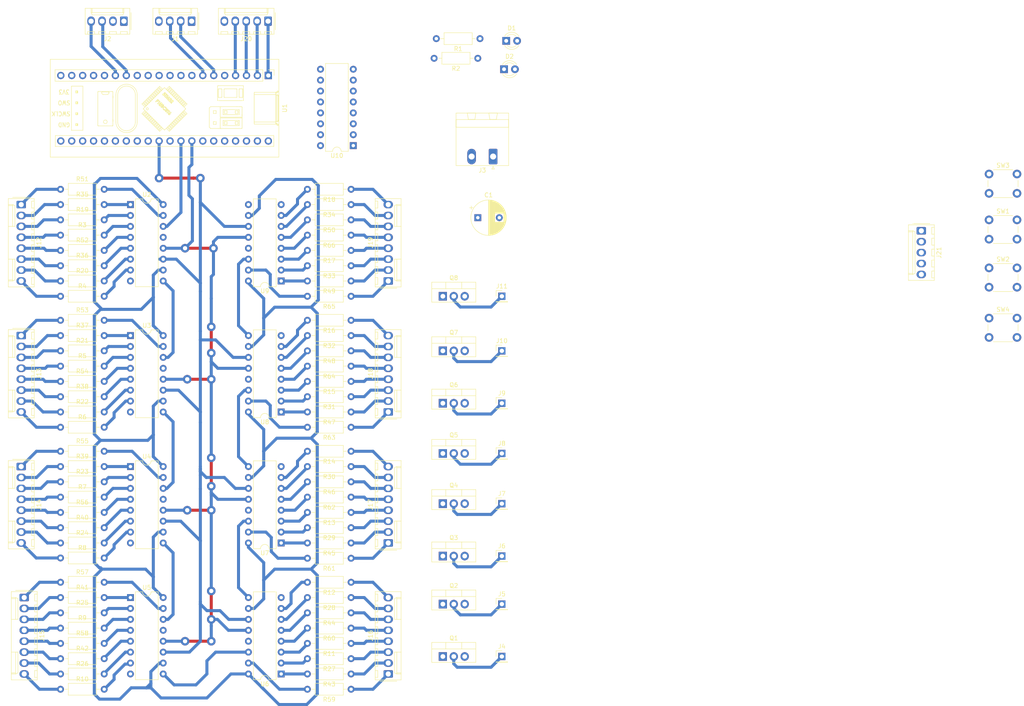
<source format=kicad_pcb>
(kicad_pcb (version 20171130) (host pcbnew "(5.1.9)-1")
  (layers (0 F.Cu signal) (31 B.Cu signal) (34 B.Paste user) (35 F.Paste user) (36 B.SilkS user) (37 F.SilkS user) (38 B.Mask user) (39 F.Mask user) (44 Edge.Cuts user))
  (net 0 "")
  (net 1 0)
  (net 2 +5V)
  (net 3 "Net-(D1-Pad1)")
  (net 4 "Net-(D2-Pad1)")
  (net 5 RX)
  (net 6 TX)
  (net 7 SDA)
  (net 8 SCL)
  (net 9 "Net-(J4-Pad1)")
  (net 10 "Net-(J5-Pad1)")
  (net 11 "Net-(J6-Pad1)")
  (net 12 "Net-(J7-Pad1)")
  (net 13 "Net-(J8-Pad1)")
  (net 14 "Net-(J9-Pad1)")
  (net 15 "Net-(J10-Pad1)")
  (net 16 "Net-(J11-Pad1)")
  (net 17 "Net-(J12-Pad8)")
  (net 18 "Net-(J12-Pad7)")
  (net 19 "Net-(J12-Pad6)")
  (net 20 "Net-(J12-Pad5)")
  (net 21 "Net-(J12-Pad4)")
  (net 22 "Net-(J12-Pad3)")
  (net 23 "Net-(J12-Pad2)")
  (net 24 "Net-(J12-Pad1)")
  (net 25 "Net-(J13-Pad8)")
  (net 26 "Net-(J13-Pad7)")
  (net 27 "Net-(J13-Pad6)")
  (net 28 "Net-(J13-Pad5)")
  (net 29 "Net-(J13-Pad4)")
  (net 30 "Net-(J13-Pad3)")
  (net 31 "Net-(J13-Pad2)")
  (net 32 "Net-(J13-Pad1)")
  (net 33 "Net-(J14-Pad8)")
  (net 34 "Net-(J14-Pad7)")
  (net 35 "Net-(J14-Pad6)")
  (net 36 "Net-(J14-Pad5)")
  (net 37 "Net-(J14-Pad4)")
  (net 38 "Net-(J14-Pad3)")
  (net 39 "Net-(J14-Pad2)")
  (net 40 "Net-(J14-Pad1)")
  (net 41 "Net-(J15-Pad8)")
  (net 42 "Net-(J15-Pad7)")
  (net 43 "Net-(J15-Pad6)")
  (net 44 "Net-(J15-Pad5)")
  (net 45 "Net-(J15-Pad4)")
  (net 46 "Net-(J15-Pad3)")
  (net 47 "Net-(J15-Pad2)")
  (net 48 "Net-(J15-Pad1)")
  (net 49 "Net-(J16-Pad8)")
  (net 50 "Net-(J16-Pad7)")
  (net 51 "Net-(J16-Pad6)")
  (net 52 "Net-(J16-Pad5)")
  (net 53 "Net-(J16-Pad4)")
  (net 54 "Net-(J16-Pad3)")
  (net 55 "Net-(J16-Pad2)")
  (net 56 "Net-(J16-Pad1)")
  (net 57 "Net-(J17-Pad8)")
  (net 58 "Net-(J17-Pad7)")
  (net 59 "Net-(J17-Pad6)")
  (net 60 "Net-(J17-Pad5)")
  (net 61 "Net-(J17-Pad4)")
  (net 62 "Net-(J17-Pad3)")
  (net 63 "Net-(J17-Pad2)")
  (net 64 "Net-(J17-Pad1)")
  (net 65 "Net-(J18-Pad8)")
  (net 66 "Net-(J18-Pad7)")
  (net 67 "Net-(J18-Pad6)")
  (net 68 "Net-(J18-Pad5)")
  (net 69 "Net-(J18-Pad4)")
  (net 70 "Net-(J18-Pad3)")
  (net 71 "Net-(J18-Pad2)")
  (net 72 "Net-(J18-Pad1)")
  (net 73 "Net-(J19-Pad8)")
  (net 74 "Net-(J19-Pad7)")
  (net 75 "Net-(J19-Pad6)")
  (net 76 "Net-(J19-Pad5)")
  (net 77 "Net-(J19-Pad4)")
  (net 78 "Net-(J19-Pad3)")
  (net 79 "Net-(J19-Pad2)")
  (net 80 "Net-(J19-Pad1)")
  (net 81 B4)
  (net 82 B3)
  (net 83 B2)
  (net 84 B1)
  (net 85 "Net-(J21-Pad5)")
  (net 86 "Net-(J21-Pad4)")
  (net 87 "Net-(J21-Pad3)")
  (net 88 "Net-(J21-Pad2)")
  (net 89 "Net-(J21-Pad1)")
  (net 90 "Net-(Q1-Pad1)")
  (net 91 "Net-(Q2-Pad1)")
  (net 92 "Net-(Q3-Pad1)")
  (net 93 "Net-(Q4-Pad1)")
  (net 94 "Net-(Q5-Pad1)")
  (net 95 "Net-(Q6-Pad1)")
  (net 96 "Net-(Q7-Pad1)")
  (net 97 "Net-(Q8-Pad1)")
  (net 98 "Net-(R1-Pad2)")
  (net 99 "Net-(R2-Pad2)")
  (net 100 "Net-(R3-Pad2)")
  (net 101 "Net-(R4-Pad2)")
  (net 102 "Net-(R5-Pad2)")
  (net 103 "Net-(R6-Pad2)")
  (net 104 "Net-(R7-Pad2)")
  (net 105 "Net-(R8-Pad2)")
  (net 106 "Net-(R9-Pad2)")
  (net 107 "Net-(R10-Pad2)")
  (net 108 "Net-(R11-Pad2)")
  (net 109 "Net-(R12-Pad2)")
  (net 110 "Net-(R13-Pad2)")
  (net 111 "Net-(R14-Pad2)")
  (net 112 "Net-(R15-Pad2)")
  (net 113 "Net-(R16-Pad2)")
  (net 114 "Net-(R17-Pad2)")
  (net 115 "Net-(R18-Pad2)")
  (net 116 "Net-(R19-Pad2)")
  (net 117 "Net-(R20-Pad2)")
  (net 118 "Net-(R21-Pad2)")
  (net 119 "Net-(R22-Pad2)")
  (net 120 "Net-(R23-Pad2)")
  (net 121 "Net-(R24-Pad2)")
  (net 122 "Net-(R25-Pad2)")
  (net 123 "Net-(R26-Pad2)")
  (net 124 "Net-(R27-Pad2)")
  (net 125 "Net-(R28-Pad2)")
  (net 126 "Net-(R29-Pad2)")
  (net 127 "Net-(R30-Pad2)")
  (net 128 "Net-(R31-Pad2)")
  (net 129 "Net-(R32-Pad2)")
  (net 130 "Net-(R33-Pad2)")
  (net 131 "Net-(R34-Pad2)")
  (net 132 "Net-(R35-Pad2)")
  (net 133 "Net-(R36-Pad2)")
  (net 134 "Net-(R37-Pad2)")
  (net 135 "Net-(R38-Pad2)")
  (net 136 "Net-(R39-Pad2)")
  (net 137 "Net-(R40-Pad2)")
  (net 138 "Net-(R41-Pad2)")
  (net 139 "Net-(R42-Pad2)")
  (net 140 "Net-(R43-Pad2)")
  (net 141 "Net-(R44-Pad2)")
  (net 142 "Net-(R45-Pad2)")
  (net 143 "Net-(R46-Pad2)")
  (net 144 "Net-(R47-Pad2)")
  (net 145 "Net-(R48-Pad2)")
  (net 146 "Net-(R49-Pad2)")
  (net 147 "Net-(R50-Pad2)")
  (net 148 "Net-(R51-Pad2)")
  (net 149 "Net-(R52-Pad2)")
  (net 150 "Net-(R53-Pad2)")
  (net 151 "Net-(R54-Pad2)")
  (net 152 "Net-(R55-Pad2)")
  (net 153 "Net-(R56-Pad2)")
  (net 154 "Net-(R57-Pad2)")
  (net 155 "Net-(R58-Pad2)")
  (net 156 "Net-(R59-Pad2)")
  (net 157 "Net-(R60-Pad2)")
  (net 158 "Net-(R61-Pad2)")
  (net 159 "Net-(R62-Pad2)")
  (net 160 "Net-(R63-Pad2)")
  (net 161 "Net-(R64-Pad2)")
  (net 162 "Net-(R65-Pad2)")
  (net 163 "Net-(R66-Pad2)")
  (net 164 "Net-(U1-Pad20)")
  (net 165 "Net-(U1-Pad21)")
  (net 166 "Net-(U1-Pad22)")
  (net 167 "Net-(U1-Pad23)")
  (net 168 "Net-(U1-Pad17)")
  (net 169 "Net-(U1-Pad24)")
  (net 170 "Net-(U1-Pad16)")
  (net 171 "Net-(U1-Pad27)")
  (net 172 "Net-(U1-Pad13)")
  (net 173 "Net-(U1-Pad28)")
  (net 174 "Net-(U1-Pad12)")
  (net 175 "Net-(U1-Pad29)")
  (net 176 "Net-(U1-Pad11)")
  (net 177 SCK)
  (net 178 "Net-(U1-Pad10)")
  (net 179 "Net-(U1-Pad31)")
  (net 180 "Net-(U1-Pad9)")
  (net 181 MOSI)
  (net 182 "Net-(U1-Pad8)")
  (net 183 STORE)
  (net 184 "Net-(U1-Pad34)")
  (net 185 "Net-(U1-Pad35)")
  (net 186 "Net-(U1-Pad5)")
  (net 187 "Net-(U1-Pad36)")
  (net 188 "Net-(U1-Pad37)")
  (net 189 "Net-(U1-Pad38)")
  (net 190 "Net-(U1-Pad39)")
  (net 191 "Net-(U1-Pad40)")
  (net 192 "Net-(U2-Pad9)")
  (net 193 "Net-(U3-Pad9)")
  (net 194 "Net-(U4-Pad9)")
  (net 195 "Net-(U5-Pad9)")
  (net 196 "Net-(U6-Pad9)")
  (net 197 "Net-(U7-Pad9)")
  (net 198 "Net-(U8-Pad9)")
  (net 199 "Net-(U10-Pad14)")
  (net 200 "Net-(U10-Pad9)")
  (module Package_DIP:DIP-16_W7.62mm (layer F.Cu) (at 123.952 58.928 180)
    (fp_text reference U10 (at 3.81 -2.33) (layer F.SilkS))
    (fp_text value 74AHC595)
    (pad 16 thru_hole oval (at 7.62 0 180) (size 1.6 1.6) (drill 0.8) (layers *.Cu *.Mask) (net 2 +5V))
    (pad 8 thru_hole oval (at 0 17.78 180) (size 1.6 1.6) (drill 0.8) (layers *.Cu *.Mask) (net 1 0))
    (pad 15 thru_hole oval (at 7.62 2.54 180) (size 1.6 1.6) (drill 0.8) (layers *.Cu *.Mask) (net 90 "Net-(Q1-Pad1)"))
    (pad 7 thru_hole oval (at 0 15.24 180) (size 1.6 1.6) (drill 0.8) (layers *.Cu *.Mask) (net 97 "Net-(Q8-Pad1)"))
    (pad 14 thru_hole oval (at 7.62 5.08 180) (size 1.6 1.6) (drill 0.8) (layers *.Cu *.Mask) (net 199 "Net-(U10-Pad14)"))
    (pad 6 thru_hole oval (at 0 12.7 180) (size 1.6 1.6) (drill 0.8) (layers *.Cu *.Mask) (net 96 "Net-(Q7-Pad1)"))
    (pad 13 thru_hole oval (at 7.62 7.62 180) (size 1.6 1.6) (drill 0.8) (layers *.Cu *.Mask) (net 1 0))
    (pad 5 thru_hole oval (at 0 10.16 180) (size 1.6 1.6) (drill 0.8) (layers *.Cu *.Mask) (net 95 "Net-(Q6-Pad1)"))
    (pad 12 thru_hole oval (at 7.62 10.16 180) (size 1.6 1.6) (drill 0.8) (layers *.Cu *.Mask) (net 183 STORE))
    (pad 4 thru_hole oval (at 0 7.62 180) (size 1.6 1.6) (drill 0.8) (layers *.Cu *.Mask) (net 94 "Net-(Q5-Pad1)"))
    (pad 11 thru_hole oval (at 7.62 12.7 180) (size 1.6 1.6) (drill 0.8) (layers *.Cu *.Mask) (net 177 SCK))
    (pad 3 thru_hole oval (at 0 5.08 180) (size 1.6 1.6) (drill 0.8) (layers *.Cu *.Mask) (net 93 "Net-(Q4-Pad1)"))
    (pad 10 thru_hole oval (at 7.62 15.24 180) (size 1.6 1.6) (drill 0.8) (layers *.Cu *.Mask) (net 2 +5V))
    (pad 2 thru_hole oval (at 0 2.54 180) (size 1.6 1.6) (drill 0.8) (layers *.Cu *.Mask) (net 92 "Net-(Q3-Pad1)"))
    (pad 9 thru_hole oval (at 7.62 17.78 180) (size 1.6 1.6) (drill 0.8) (layers *.Cu *.Mask) (net 200 "Net-(U10-Pad9)"))
    (pad 1 thru_hole rect (at 0 0 180) (size 1.6 1.6) (drill 0.8) (layers *.Cu *.Mask) (net 91 "Net-(Q2-Pad1)"))
  )
  (module Package_DIP:DIP-16_W7.62mm (layer F.Cu) (at 107.188 90.424 180)
    (fp_text reference U9 (at 3.81 -2.33) (layer F.SilkS))
    (fp_text value 74AHC595)
    (pad 16 thru_hole oval (at 7.62 0 180) (size 1.6 1.6) (drill 0.8) (layers *.Cu *.Mask) (net 2 +5V))
    (pad 8 thru_hole oval (at 0 17.78 180) (size 1.6 1.6) (drill 0.8) (layers *.Cu *.Mask) (net 1 0))
    (pad 15 thru_hole oval (at 7.62 2.54 180) (size 1.6 1.6) (drill 0.8) (layers *.Cu *.Mask) (net 162 "Net-(R65-Pad2)"))
    (pad 7 thru_hole oval (at 0 15.24 180) (size 1.6 1.6) (drill 0.8) (layers *.Cu *.Mask) (net 115 "Net-(R18-Pad2)"))
    (pad 14 thru_hole oval (at 7.62 5.08 180) (size 1.6 1.6) (drill 0.8) (layers *.Cu *.Mask) (net 198 "Net-(U8-Pad9)"))
    (pad 6 thru_hole oval (at 0 12.7 180) (size 1.6 1.6) (drill 0.8) (layers *.Cu *.Mask) (net 131 "Net-(R34-Pad2)"))
    (pad 13 thru_hole oval (at 7.62 7.62 180) (size 1.6 1.6) (drill 0.8) (layers *.Cu *.Mask) (net 1 0))
    (pad 5 thru_hole oval (at 0 10.16 180) (size 1.6 1.6) (drill 0.8) (layers *.Cu *.Mask) (net 147 "Net-(R50-Pad2)"))
    (pad 12 thru_hole oval (at 7.62 10.16 180) (size 1.6 1.6) (drill 0.8) (layers *.Cu *.Mask) (net 183 STORE))
    (pad 4 thru_hole oval (at 0 7.62 180) (size 1.6 1.6) (drill 0.8) (layers *.Cu *.Mask) (net 163 "Net-(R66-Pad2)"))
    (pad 11 thru_hole oval (at 7.62 12.7 180) (size 1.6 1.6) (drill 0.8) (layers *.Cu *.Mask) (net 177 SCK))
    (pad 3 thru_hole oval (at 0 5.08 180) (size 1.6 1.6) (drill 0.8) (layers *.Cu *.Mask) (net 114 "Net-(R17-Pad2)"))
    (pad 10 thru_hole oval (at 7.62 15.24 180) (size 1.6 1.6) (drill 0.8) (layers *.Cu *.Mask) (net 2 +5V))
    (pad 2 thru_hole oval (at 0 2.54 180) (size 1.6 1.6) (drill 0.8) (layers *.Cu *.Mask) (net 130 "Net-(R33-Pad2)"))
    (pad 9 thru_hole oval (at 7.62 17.78 180) (size 1.6 1.6) (drill 0.8) (layers *.Cu *.Mask) (net 199 "Net-(U10-Pad14)"))
    (pad 1 thru_hole rect (at 0 0 180) (size 1.6 1.6) (drill 0.8) (layers *.Cu *.Mask) (net 146 "Net-(R49-Pad2)"))
  )
  (module Package_DIP:DIP-16_W7.62mm (layer F.Cu) (at 107.188 120.904 180)
    (fp_text reference U8 (at 3.81 -2.33) (layer F.SilkS))
    (fp_text value 74AHC595)
    (pad 16 thru_hole oval (at 7.62 0 180) (size 1.6 1.6) (drill 0.8) (layers *.Cu *.Mask) (net 2 +5V))
    (pad 8 thru_hole oval (at 0 17.78 180) (size 1.6 1.6) (drill 0.8) (layers *.Cu *.Mask) (net 1 0))
    (pad 15 thru_hole oval (at 7.62 2.54 180) (size 1.6 1.6) (drill 0.8) (layers *.Cu *.Mask) (net 160 "Net-(R63-Pad2)"))
    (pad 7 thru_hole oval (at 0 15.24 180) (size 1.6 1.6) (drill 0.8) (layers *.Cu *.Mask) (net 113 "Net-(R16-Pad2)"))
    (pad 14 thru_hole oval (at 7.62 5.08 180) (size 1.6 1.6) (drill 0.8) (layers *.Cu *.Mask) (net 197 "Net-(U7-Pad9)"))
    (pad 6 thru_hole oval (at 0 12.7 180) (size 1.6 1.6) (drill 0.8) (layers *.Cu *.Mask) (net 129 "Net-(R32-Pad2)"))
    (pad 13 thru_hole oval (at 7.62 7.62 180) (size 1.6 1.6) (drill 0.8) (layers *.Cu *.Mask) (net 1 0))
    (pad 5 thru_hole oval (at 0 10.16 180) (size 1.6 1.6) (drill 0.8) (layers *.Cu *.Mask) (net 145 "Net-(R48-Pad2)"))
    (pad 12 thru_hole oval (at 7.62 10.16 180) (size 1.6 1.6) (drill 0.8) (layers *.Cu *.Mask) (net 183 STORE))
    (pad 4 thru_hole oval (at 0 7.62 180) (size 1.6 1.6) (drill 0.8) (layers *.Cu *.Mask) (net 161 "Net-(R64-Pad2)"))
    (pad 11 thru_hole oval (at 7.62 12.7 180) (size 1.6 1.6) (drill 0.8) (layers *.Cu *.Mask) (net 177 SCK))
    (pad 3 thru_hole oval (at 0 5.08 180) (size 1.6 1.6) (drill 0.8) (layers *.Cu *.Mask) (net 112 "Net-(R15-Pad2)"))
    (pad 10 thru_hole oval (at 7.62 15.24 180) (size 1.6 1.6) (drill 0.8) (layers *.Cu *.Mask) (net 2 +5V))
    (pad 2 thru_hole oval (at 0 2.54 180) (size 1.6 1.6) (drill 0.8) (layers *.Cu *.Mask) (net 128 "Net-(R31-Pad2)"))
    (pad 9 thru_hole oval (at 7.62 17.78 180) (size 1.6 1.6) (drill 0.8) (layers *.Cu *.Mask) (net 198 "Net-(U8-Pad9)"))
    (pad 1 thru_hole rect (at 0 0 180) (size 1.6 1.6) (drill 0.8) (layers *.Cu *.Mask) (net 144 "Net-(R47-Pad2)"))
  )
  (module Package_DIP:DIP-16_W7.62mm (layer F.Cu) (at 107.188 151.384 180)
    (fp_text reference U7 (at 3.81 -2.33) (layer F.SilkS))
    (fp_text value 74AHC595)
    (pad 16 thru_hole oval (at 7.62 0 180) (size 1.6 1.6) (drill 0.8) (layers *.Cu *.Mask) (net 2 +5V))
    (pad 8 thru_hole oval (at 0 17.78 180) (size 1.6 1.6) (drill 0.8) (layers *.Cu *.Mask) (net 1 0))
    (pad 15 thru_hole oval (at 7.62 2.54 180) (size 1.6 1.6) (drill 0.8) (layers *.Cu *.Mask) (net 158 "Net-(R61-Pad2)"))
    (pad 7 thru_hole oval (at 0 15.24 180) (size 1.6 1.6) (drill 0.8) (layers *.Cu *.Mask) (net 111 "Net-(R14-Pad2)"))
    (pad 14 thru_hole oval (at 7.62 5.08 180) (size 1.6 1.6) (drill 0.8) (layers *.Cu *.Mask) (net 196 "Net-(U6-Pad9)"))
    (pad 6 thru_hole oval (at 0 12.7 180) (size 1.6 1.6) (drill 0.8) (layers *.Cu *.Mask) (net 127 "Net-(R30-Pad2)"))
    (pad 13 thru_hole oval (at 7.62 7.62 180) (size 1.6 1.6) (drill 0.8) (layers *.Cu *.Mask) (net 1 0))
    (pad 5 thru_hole oval (at 0 10.16 180) (size 1.6 1.6) (drill 0.8) (layers *.Cu *.Mask) (net 143 "Net-(R46-Pad2)"))
    (pad 12 thru_hole oval (at 7.62 10.16 180) (size 1.6 1.6) (drill 0.8) (layers *.Cu *.Mask) (net 183 STORE))
    (pad 4 thru_hole oval (at 0 7.62 180) (size 1.6 1.6) (drill 0.8) (layers *.Cu *.Mask) (net 159 "Net-(R62-Pad2)"))
    (pad 11 thru_hole oval (at 7.62 12.7 180) (size 1.6 1.6) (drill 0.8) (layers *.Cu *.Mask) (net 177 SCK))
    (pad 3 thru_hole oval (at 0 5.08 180) (size 1.6 1.6) (drill 0.8) (layers *.Cu *.Mask) (net 110 "Net-(R13-Pad2)"))
    (pad 10 thru_hole oval (at 7.62 15.24 180) (size 1.6 1.6) (drill 0.8) (layers *.Cu *.Mask) (net 2 +5V))
    (pad 2 thru_hole oval (at 0 2.54 180) (size 1.6 1.6) (drill 0.8) (layers *.Cu *.Mask) (net 126 "Net-(R29-Pad2)"))
    (pad 9 thru_hole oval (at 7.62 17.78 180) (size 1.6 1.6) (drill 0.8) (layers *.Cu *.Mask) (net 197 "Net-(U7-Pad9)"))
    (pad 1 thru_hole rect (at 0 0 180) (size 1.6 1.6) (drill 0.8) (layers *.Cu *.Mask) (net 142 "Net-(R45-Pad2)"))
  )
  (module Package_DIP:DIP-16_W7.62mm (layer F.Cu) (at 107.188 181.864 180)
    (fp_text reference U6 (at 3.81 -2.33) (layer F.SilkS))
    (fp_text value 74AHC595)
    (pad 16 thru_hole oval (at 7.62 0 180) (size 1.6 1.6) (drill 0.8) (layers *.Cu *.Mask) (net 2 +5V))
    (pad 8 thru_hole oval (at 0 17.78 180) (size 1.6 1.6) (drill 0.8) (layers *.Cu *.Mask) (net 1 0))
    (pad 15 thru_hole oval (at 7.62 2.54 180) (size 1.6 1.6) (drill 0.8) (layers *.Cu *.Mask) (net 156 "Net-(R59-Pad2)"))
    (pad 7 thru_hole oval (at 0 15.24 180) (size 1.6 1.6) (drill 0.8) (layers *.Cu *.Mask) (net 109 "Net-(R12-Pad2)"))
    (pad 14 thru_hole oval (at 7.62 5.08 180) (size 1.6 1.6) (drill 0.8) (layers *.Cu *.Mask) (net 195 "Net-(U5-Pad9)"))
    (pad 6 thru_hole oval (at 0 12.7 180) (size 1.6 1.6) (drill 0.8) (layers *.Cu *.Mask) (net 125 "Net-(R28-Pad2)"))
    (pad 13 thru_hole oval (at 7.62 7.62 180) (size 1.6 1.6) (drill 0.8) (layers *.Cu *.Mask) (net 1 0))
    (pad 5 thru_hole oval (at 0 10.16 180) (size 1.6 1.6) (drill 0.8) (layers *.Cu *.Mask) (net 141 "Net-(R44-Pad2)"))
    (pad 12 thru_hole oval (at 7.62 10.16 180) (size 1.6 1.6) (drill 0.8) (layers *.Cu *.Mask) (net 183 STORE))
    (pad 4 thru_hole oval (at 0 7.62 180) (size 1.6 1.6) (drill 0.8) (layers *.Cu *.Mask) (net 157 "Net-(R60-Pad2)"))
    (pad 11 thru_hole oval (at 7.62 12.7 180) (size 1.6 1.6) (drill 0.8) (layers *.Cu *.Mask) (net 177 SCK))
    (pad 3 thru_hole oval (at 0 5.08 180) (size 1.6 1.6) (drill 0.8) (layers *.Cu *.Mask) (net 108 "Net-(R11-Pad2)"))
    (pad 10 thru_hole oval (at 7.62 15.24 180) (size 1.6 1.6) (drill 0.8) (layers *.Cu *.Mask) (net 2 +5V))
    (pad 2 thru_hole oval (at 0 2.54 180) (size 1.6 1.6) (drill 0.8) (layers *.Cu *.Mask) (net 124 "Net-(R27-Pad2)"))
    (pad 9 thru_hole oval (at 7.62 17.78 180) (size 1.6 1.6) (drill 0.8) (layers *.Cu *.Mask) (net 196 "Net-(U6-Pad9)"))
    (pad 1 thru_hole rect (at 0 0 180) (size 1.6 1.6) (drill 0.8) (layers *.Cu *.Mask) (net 140 "Net-(R43-Pad2)"))
  )
  (module Package_DIP:DIP-16_W7.62mm (layer F.Cu) (at 72.136 164.084)
    (fp_text reference U5 (at 3.81 -2.33) (layer F.SilkS))
    (fp_text value 74AHC595)
    (pad 16 thru_hole oval (at 7.62 0) (size 1.6 1.6) (drill 0.8) (layers *.Cu *.Mask) (net 2 +5V))
    (pad 8 thru_hole oval (at 0 17.78) (size 1.6 1.6) (drill 0.8) (layers *.Cu *.Mask) (net 1 0))
    (pad 15 thru_hole oval (at 7.62 2.54) (size 1.6 1.6) (drill 0.8) (layers *.Cu *.Mask) (net 154 "Net-(R57-Pad2)"))
    (pad 7 thru_hole oval (at 0 15.24) (size 1.6 1.6) (drill 0.8) (layers *.Cu *.Mask) (net 107 "Net-(R10-Pad2)"))
    (pad 14 thru_hole oval (at 7.62 5.08) (size 1.6 1.6) (drill 0.8) (layers *.Cu *.Mask) (net 194 "Net-(U4-Pad9)"))
    (pad 6 thru_hole oval (at 0 12.7) (size 1.6 1.6) (drill 0.8) (layers *.Cu *.Mask) (net 123 "Net-(R26-Pad2)"))
    (pad 13 thru_hole oval (at 7.62 7.62) (size 1.6 1.6) (drill 0.8) (layers *.Cu *.Mask) (net 1 0))
    (pad 5 thru_hole oval (at 0 10.16) (size 1.6 1.6) (drill 0.8) (layers *.Cu *.Mask) (net 139 "Net-(R42-Pad2)"))
    (pad 12 thru_hole oval (at 7.62 10.16) (size 1.6 1.6) (drill 0.8) (layers *.Cu *.Mask) (net 183 STORE))
    (pad 4 thru_hole oval (at 0 7.62) (size 1.6 1.6) (drill 0.8) (layers *.Cu *.Mask) (net 155 "Net-(R58-Pad2)"))
    (pad 11 thru_hole oval (at 7.62 12.7) (size 1.6 1.6) (drill 0.8) (layers *.Cu *.Mask) (net 177 SCK))
    (pad 3 thru_hole oval (at 0 5.08) (size 1.6 1.6) (drill 0.8) (layers *.Cu *.Mask) (net 106 "Net-(R9-Pad2)"))
    (pad 10 thru_hole oval (at 7.62 15.24) (size 1.6 1.6) (drill 0.8) (layers *.Cu *.Mask) (net 2 +5V))
    (pad 2 thru_hole oval (at 0 2.54) (size 1.6 1.6) (drill 0.8) (layers *.Cu *.Mask) (net 122 "Net-(R25-Pad2)"))
    (pad 9 thru_hole oval (at 7.62 17.78) (size 1.6 1.6) (drill 0.8) (layers *.Cu *.Mask) (net 195 "Net-(U5-Pad9)"))
    (pad 1 thru_hole rect (at 0 0) (size 1.6 1.6) (drill 0.8) (layers *.Cu *.Mask) (net 138 "Net-(R41-Pad2)"))
  )
  (module Package_DIP:DIP-16_W7.62mm (layer F.Cu) (at 72.136 133.604)
    (fp_text reference U4 (at 3.81 -2.33) (layer F.SilkS))
    (fp_text value 74AHC595)
    (pad 16 thru_hole oval (at 7.62 0) (size 1.6 1.6) (drill 0.8) (layers *.Cu *.Mask) (net 2 +5V))
    (pad 8 thru_hole oval (at 0 17.78) (size 1.6 1.6) (drill 0.8) (layers *.Cu *.Mask) (net 1 0))
    (pad 15 thru_hole oval (at 7.62 2.54) (size 1.6 1.6) (drill 0.8) (layers *.Cu *.Mask) (net 152 "Net-(R55-Pad2)"))
    (pad 7 thru_hole oval (at 0 15.24) (size 1.6 1.6) (drill 0.8) (layers *.Cu *.Mask) (net 105 "Net-(R8-Pad2)"))
    (pad 14 thru_hole oval (at 7.62 5.08) (size 1.6 1.6) (drill 0.8) (layers *.Cu *.Mask) (net 193 "Net-(U3-Pad9)"))
    (pad 6 thru_hole oval (at 0 12.7) (size 1.6 1.6) (drill 0.8) (layers *.Cu *.Mask) (net 121 "Net-(R24-Pad2)"))
    (pad 13 thru_hole oval (at 7.62 7.62) (size 1.6 1.6) (drill 0.8) (layers *.Cu *.Mask) (net 1 0))
    (pad 5 thru_hole oval (at 0 10.16) (size 1.6 1.6) (drill 0.8) (layers *.Cu *.Mask) (net 137 "Net-(R40-Pad2)"))
    (pad 12 thru_hole oval (at 7.62 10.16) (size 1.6 1.6) (drill 0.8) (layers *.Cu *.Mask) (net 183 STORE))
    (pad 4 thru_hole oval (at 0 7.62) (size 1.6 1.6) (drill 0.8) (layers *.Cu *.Mask) (net 153 "Net-(R56-Pad2)"))
    (pad 11 thru_hole oval (at 7.62 12.7) (size 1.6 1.6) (drill 0.8) (layers *.Cu *.Mask) (net 177 SCK))
    (pad 3 thru_hole oval (at 0 5.08) (size 1.6 1.6) (drill 0.8) (layers *.Cu *.Mask) (net 104 "Net-(R7-Pad2)"))
    (pad 10 thru_hole oval (at 7.62 15.24) (size 1.6 1.6) (drill 0.8) (layers *.Cu *.Mask) (net 2 +5V))
    (pad 2 thru_hole oval (at 0 2.54) (size 1.6 1.6) (drill 0.8) (layers *.Cu *.Mask) (net 120 "Net-(R23-Pad2)"))
    (pad 9 thru_hole oval (at 7.62 17.78) (size 1.6 1.6) (drill 0.8) (layers *.Cu *.Mask) (net 194 "Net-(U4-Pad9)"))
    (pad 1 thru_hole rect (at 0 0) (size 1.6 1.6) (drill 0.8) (layers *.Cu *.Mask) (net 136 "Net-(R39-Pad2)"))
  )
  (module Package_DIP:DIP-16_W7.62mm (layer F.Cu) (at 72.136 103.124)
    (fp_text reference U3 (at 3.81 -2.33) (layer F.SilkS))
    (fp_text value 74AHC595)
    (pad 16 thru_hole oval (at 7.62 0) (size 1.6 1.6) (drill 0.8) (layers *.Cu *.Mask) (net 2 +5V))
    (pad 8 thru_hole oval (at 0 17.78) (size 1.6 1.6) (drill 0.8) (layers *.Cu *.Mask) (net 1 0))
    (pad 15 thru_hole oval (at 7.62 2.54) (size 1.6 1.6) (drill 0.8) (layers *.Cu *.Mask) (net 150 "Net-(R53-Pad2)"))
    (pad 7 thru_hole oval (at 0 15.24) (size 1.6 1.6) (drill 0.8) (layers *.Cu *.Mask) (net 103 "Net-(R6-Pad2)"))
    (pad 14 thru_hole oval (at 7.62 5.08) (size 1.6 1.6) (drill 0.8) (layers *.Cu *.Mask) (net 192 "Net-(U2-Pad9)"))
    (pad 6 thru_hole oval (at 0 12.7) (size 1.6 1.6) (drill 0.8) (layers *.Cu *.Mask) (net 119 "Net-(R22-Pad2)"))
    (pad 13 thru_hole oval (at 7.62 7.62) (size 1.6 1.6) (drill 0.8) (layers *.Cu *.Mask) (net 1 0))
    (pad 5 thru_hole oval (at 0 10.16) (size 1.6 1.6) (drill 0.8) (layers *.Cu *.Mask) (net 135 "Net-(R38-Pad2)"))
    (pad 12 thru_hole oval (at 7.62 10.16) (size 1.6 1.6) (drill 0.8) (layers *.Cu *.Mask) (net 183 STORE))
    (pad 4 thru_hole oval (at 0 7.62) (size 1.6 1.6) (drill 0.8) (layers *.Cu *.Mask) (net 151 "Net-(R54-Pad2)"))
    (pad 11 thru_hole oval (at 7.62 12.7) (size 1.6 1.6) (drill 0.8) (layers *.Cu *.Mask) (net 177 SCK))
    (pad 3 thru_hole oval (at 0 5.08) (size 1.6 1.6) (drill 0.8) (layers *.Cu *.Mask) (net 102 "Net-(R5-Pad2)"))
    (pad 10 thru_hole oval (at 7.62 15.24) (size 1.6 1.6) (drill 0.8) (layers *.Cu *.Mask) (net 2 +5V))
    (pad 2 thru_hole oval (at 0 2.54) (size 1.6 1.6) (drill 0.8) (layers *.Cu *.Mask) (net 118 "Net-(R21-Pad2)"))
    (pad 9 thru_hole oval (at 7.62 17.78) (size 1.6 1.6) (drill 0.8) (layers *.Cu *.Mask) (net 193 "Net-(U3-Pad9)"))
    (pad 1 thru_hole rect (at 0 0) (size 1.6 1.6) (drill 0.8) (layers *.Cu *.Mask) (net 134 "Net-(R37-Pad2)"))
  )
  (module Package_DIP:DIP-16_W7.62mm (layer F.Cu) (at 72.136 72.644)
    (fp_text reference U2 (at 3.81 -2.33) (layer F.SilkS))
    (fp_text value 74AHC595)
    (pad 16 thru_hole oval (at 7.62 0) (size 1.6 1.6) (drill 0.8) (layers *.Cu *.Mask) (net 2 +5V))
    (pad 8 thru_hole oval (at 0 17.78) (size 1.6 1.6) (drill 0.8) (layers *.Cu *.Mask) (net 1 0))
    (pad 15 thru_hole oval (at 7.62 2.54) (size 1.6 1.6) (drill 0.8) (layers *.Cu *.Mask) (net 148 "Net-(R51-Pad2)"))
    (pad 7 thru_hole oval (at 0 15.24) (size 1.6 1.6) (drill 0.8) (layers *.Cu *.Mask) (net 101 "Net-(R4-Pad2)"))
    (pad 14 thru_hole oval (at 7.62 5.08) (size 1.6 1.6) (drill 0.8) (layers *.Cu *.Mask) (net 181 MOSI))
    (pad 6 thru_hole oval (at 0 12.7) (size 1.6 1.6) (drill 0.8) (layers *.Cu *.Mask) (net 117 "Net-(R20-Pad2)"))
    (pad 13 thru_hole oval (at 7.62 7.62) (size 1.6 1.6) (drill 0.8) (layers *.Cu *.Mask) (net 1 0))
    (pad 5 thru_hole oval (at 0 10.16) (size 1.6 1.6) (drill 0.8) (layers *.Cu *.Mask) (net 133 "Net-(R36-Pad2)"))
    (pad 12 thru_hole oval (at 7.62 10.16) (size 1.6 1.6) (drill 0.8) (layers *.Cu *.Mask) (net 183 STORE))
    (pad 4 thru_hole oval (at 0 7.62) (size 1.6 1.6) (drill 0.8) (layers *.Cu *.Mask) (net 149 "Net-(R52-Pad2)"))
    (pad 11 thru_hole oval (at 7.62 12.7) (size 1.6 1.6) (drill 0.8) (layers *.Cu *.Mask) (net 177 SCK))
    (pad 3 thru_hole oval (at 0 5.08) (size 1.6 1.6) (drill 0.8) (layers *.Cu *.Mask) (net 100 "Net-(R3-Pad2)"))
    (pad 10 thru_hole oval (at 7.62 15.24) (size 1.6 1.6) (drill 0.8) (layers *.Cu *.Mask) (net 2 +5V))
    (pad 2 thru_hole oval (at 0 2.54) (size 1.6 1.6) (drill 0.8) (layers *.Cu *.Mask) (net 116 "Net-(R19-Pad2)"))
    (pad 9 thru_hole oval (at 7.62 17.78) (size 1.6 1.6) (drill 0.8) (layers *.Cu *.Mask) (net 192 "Net-(U2-Pad9)"))
    (pad 1 thru_hole rect (at 0 0) (size 1.6 1.6) (drill 0.8) (layers *.Cu *.Mask) (net 132 "Net-(R35-Pad2)"))
  )
  (module STM32_BluePill:YAAJ_BluePill_1 (layer F.Cu) (at 104.2035 42.6085 270)
    (fp_text reference U1 (at 7.62 -3.81 90) (layer F.SilkS))
    (fp_text value YAAJ_BluePill_Part_Like hide)
    (fp_text user GND (at 11.43 47.498 180 unlocked) (layer F.SilkS) (effects (font (size 1 0.9))))
    (fp_text user SWCLK (at 8.89 48.26 180 unlocked) (layer F.SilkS) (effects (font (size 1 0.9))))
    (fp_text user SWO (at 6.35 47.498 180 unlocked) (layer F.SilkS) (effects (font (size 1 0.9))))
    (fp_text user 3V3 (at 3.81 47.498 180 unlocked) (layer F.SilkS) (effects (font (size 1 0.9))))
    (pad 20 thru_hole circle (at 0 48.26 270) (size 1.7 1.7) (drill 1) (layers *.Cu *.Mask) (net 164 "Net-(U1-Pad20)"))
    (pad 21 thru_hole circle (at 15.24 48.26 270) (size 1.7 1.7) (drill 1) (layers *.Cu *.Mask) (net 165 "Net-(U1-Pad21)"))
    (pad 19 thru_hole circle (at 0 45.72 270) (size 1.7 1.7) (drill 1) (layers *.Cu *.Mask) (net 1 0))
    (pad 22 thru_hole circle (at 15.24 45.72 270) (size 1.7 1.7) (drill 1) (layers *.Cu *.Mask) (net 166 "Net-(U1-Pad22)"))
    (pad 18 thru_hole circle (at 0 43.18 270) (size 1.7 1.7) (drill 1) (layers *.Cu *.Mask) (net 2 +5V))
    (pad 23 thru_hole circle (at 15.24 43.18 270) (size 1.7 1.7) (drill 1) (layers *.Cu *.Mask) (net 167 "Net-(U1-Pad23)"))
    (pad 17 thru_hole circle (at 0 40.64 270) (size 1.7 1.7) (drill 1) (layers *.Cu *.Mask) (net 168 "Net-(U1-Pad17)"))
    (pad 24 thru_hole circle (at 15.24 40.64 270) (size 1.7 1.7) (drill 1) (layers *.Cu *.Mask) (net 169 "Net-(U1-Pad24)"))
    (pad 16 thru_hole circle (at 0 38.1 270) (size 1.7 1.7) (drill 1) (layers *.Cu *.Mask) (net 170 "Net-(U1-Pad16)"))
    (pad 25 thru_hole circle (at 15.24 38.1 270) (size 1.7 1.7) (drill 1) (layers *.Cu *.Mask) (net 99 "Net-(R2-Pad2)"))
    (pad 15 thru_hole circle (at 0 35.56 270) (size 1.7 1.7) (drill 1) (layers *.Cu *.Mask) (net 7 SDA))
    (pad 26 thru_hole circle (at 15.24 35.56 270) (size 1.7 1.7) (drill 1) (layers *.Cu *.Mask) (net 98 "Net-(R1-Pad2)"))
    (pad 14 thru_hole circle (at 0 33.02 270) (size 1.7 1.7) (drill 1) (layers *.Cu *.Mask) (net 8 SCL))
    (pad 27 thru_hole circle (at 15.24 33.02 270) (size 1.7 1.7) (drill 1) (layers *.Cu *.Mask) (net 171 "Net-(U1-Pad27)"))
    (pad 13 thru_hole circle (at 0 30.48 270) (size 1.7 1.7) (drill 1) (layers *.Cu *.Mask) (net 172 "Net-(U1-Pad13)"))
    (pad 28 thru_hole circle (at 15.24 30.48 270) (size 1.7 1.7) (drill 1) (layers *.Cu *.Mask) (net 173 "Net-(U1-Pad28)"))
    (pad 12 thru_hole circle (at 0 27.94 270) (size 1.7 1.7) (drill 1) (layers *.Cu *.Mask) (net 174 "Net-(U1-Pad12)"))
    (pad 29 thru_hole circle (at 15.24 27.94 270) (size 1.7 1.7) (drill 1) (layers *.Cu *.Mask) (net 175 "Net-(U1-Pad29)"))
    (pad 11 thru_hole circle (at 0 25.4 270) (size 1.7 1.7) (drill 1) (layers *.Cu *.Mask) (net 176 "Net-(U1-Pad11)"))
    (pad 30 thru_hole circle (at 15.24 25.4 270) (size 1.7 1.7) (drill 1) (layers *.Cu *.Mask) (net 177 SCK))
    (pad 10 thru_hole circle (at 0 22.86 270) (size 1.7 1.7) (drill 1) (layers *.Cu *.Mask) (net 178 "Net-(U1-Pad10)"))
    (pad 31 thru_hole circle (at 15.24 22.86 270) (size 1.7 1.7) (drill 1) (layers *.Cu *.Mask) (net 179 "Net-(U1-Pad31)"))
    (pad 9 thru_hole circle (at 0 20.32 270) (size 1.7 1.7) (drill 1) (layers *.Cu *.Mask) (net 180 "Net-(U1-Pad9)"))
    (pad 32 thru_hole circle (at 15.24 20.32 270) (size 1.7 1.7) (drill 1) (layers *.Cu *.Mask) (net 181 MOSI))
    (pad 8 thru_hole circle (at 0 17.78 270) (size 1.7 1.7) (drill 1) (layers *.Cu *.Mask) (net 182 "Net-(U1-Pad8)"))
    (pad 33 thru_hole circle (at 15.24 17.78 270) (size 1.7 1.7) (drill 1) (layers *.Cu *.Mask) (net 183 STORE))
    (pad 7 thru_hole circle (at 0 15.24 270) (size 1.7 1.7) (drill 1) (layers *.Cu *.Mask) (net 5 RX))
    (pad 34 thru_hole circle (at 15.24 15.24 270) (size 1.7 1.7) (drill 1) (layers *.Cu *.Mask) (net 184 "Net-(U1-Pad34)"))
    (pad 6 thru_hole circle (at 0 12.7 270) (size 1.7 1.7) (drill 1) (layers *.Cu *.Mask) (net 6 TX))
    (pad 35 thru_hole circle (at 15.24 12.7 270) (size 1.7 1.7) (drill 1) (layers *.Cu *.Mask) (net 185 "Net-(U1-Pad35)"))
    (pad 5 thru_hole circle (at 0 10.16 270) (size 1.7 1.7) (drill 1) (layers *.Cu *.Mask) (net 186 "Net-(U1-Pad5)"))
    (pad 36 thru_hole circle (at 15.24 10.16 270) (size 1.7 1.7) (drill 1) (layers *.Cu *.Mask) (net 187 "Net-(U1-Pad36)"))
    (pad 4 thru_hole circle (at 0 7.62 270) (size 1.7 1.7) (drill 1) (layers *.Cu *.Mask) (net 81 B4))
    (pad 37 thru_hole circle (at 15.24 7.62 270) (size 1.7 1.7) (drill 1) (layers *.Cu *.Mask) (net 188 "Net-(U1-Pad37)"))
    (pad 3 thru_hole circle (at 0 5.08 270) (size 1.7 1.7) (drill 1) (layers *.Cu *.Mask) (net 82 B3))
    (pad 38 thru_hole circle (at 15.24 5.08 270) (size 1.7 1.7) (drill 1) (layers *.Cu *.Mask) (net 189 "Net-(U1-Pad38)"))
    (pad 2 thru_hole circle (at 0 2.54 270) (size 1.7 1.7) (drill 1) (layers *.Cu *.Mask) (net 83 B2))
    (pad 39 thru_hole circle (at 15.24 2.54 270) (size 1.7 1.7) (drill 1) (layers *.Cu *.Mask) (net 190 "Net-(U1-Pad39)"))
    (pad 1 thru_hole rect (at 0 0 270) (size 1.7 1.7) (drill 1) (layers *.Cu *.Mask) (net 84 B1))
    (pad 40 thru_hole circle (at 15.24 0 270) (size 1.7 1.7) (drill 1) (layers *.Cu *.Mask) (net 191 "Net-(U1-Pad40)"))
  )
  (module Button_Switch_THT:SW_PUSH_6mm_H7.3mm (layer F.Cu) (at 271.78 99.06)
    (fp_text reference SW4 (at 3.25 -2) (layer F.SilkS))
    (fp_text value SW_MEC_5E)
    (pad 1 thru_hole circle (at 6.5 0 90) (size 2 2) (drill 1.1) (layers *.Cu *.Mask) (net 85 "Net-(J21-Pad5)"))
    (pad 2 thru_hole circle (at 6.5 4.5 90) (size 2 2) (drill 1.1) (layers *.Cu *.Mask) (net 85 "Net-(J21-Pad5)"))
    (pad 1 thru_hole circle (at 0 0 90) (size 2 2) (drill 1.1) (layers *.Cu *.Mask) (net 85 "Net-(J21-Pad5)"))
    (pad 2 thru_hole circle (at 0 4.5 90) (size 2 2) (drill 1.1) (layers *.Cu *.Mask) (net 85 "Net-(J21-Pad5)"))
  )
  (module Button_Switch_THT:SW_PUSH_6mm_H7.3mm (layer F.Cu) (at 271.78 65.532)
    (fp_text reference SW3 (at 3.25 -2) (layer F.SilkS))
    (fp_text value SW_MEC_5E)
    (pad 1 thru_hole circle (at 6.5 0 90) (size 2 2) (drill 1.1) (layers *.Cu *.Mask) (net 85 "Net-(J21-Pad5)"))
    (pad 2 thru_hole circle (at 6.5 4.5 90) (size 2 2) (drill 1.1) (layers *.Cu *.Mask) (net 85 "Net-(J21-Pad5)"))
    (pad 1 thru_hole circle (at 0 0 90) (size 2 2) (drill 1.1) (layers *.Cu *.Mask) (net 85 "Net-(J21-Pad5)"))
    (pad 2 thru_hole circle (at 0 4.5 90) (size 2 2) (drill 1.1) (layers *.Cu *.Mask) (net 85 "Net-(J21-Pad5)"))
  )
  (module Button_Switch_THT:SW_PUSH_6mm_H7.3mm (layer F.Cu) (at 271.78 87.376)
    (fp_text reference SW2 (at 3.25 -2) (layer F.SilkS))
    (fp_text value SW_MEC_5E)
    (pad 1 thru_hole circle (at 6.5 0 90) (size 2 2) (drill 1.1) (layers *.Cu *.Mask) (net 85 "Net-(J21-Pad5)"))
    (pad 2 thru_hole circle (at 6.5 4.5 90) (size 2 2) (drill 1.1) (layers *.Cu *.Mask) (net 85 "Net-(J21-Pad5)"))
    (pad 1 thru_hole circle (at 0 0 90) (size 2 2) (drill 1.1) (layers *.Cu *.Mask) (net 85 "Net-(J21-Pad5)"))
    (pad 2 thru_hole circle (at 0 4.5 90) (size 2 2) (drill 1.1) (layers *.Cu *.Mask) (net 85 "Net-(J21-Pad5)"))
  )
  (module Button_Switch_THT:SW_PUSH_6mm_H7.3mm (layer F.Cu) (at 271.78 76.2)
    (fp_text reference SW1 (at 3.25 -2) (layer F.SilkS))
    (fp_text value SW_MEC_5E)
    (pad 1 thru_hole circle (at 6.5 0 90) (size 2 2) (drill 1.1) (layers *.Cu *.Mask) (net 85 "Net-(J21-Pad5)"))
    (pad 2 thru_hole circle (at 6.5 4.5 90) (size 2 2) (drill 1.1) (layers *.Cu *.Mask) (net 85 "Net-(J21-Pad5)"))
    (pad 1 thru_hole circle (at 0 0 90) (size 2 2) (drill 1.1) (layers *.Cu *.Mask) (net 85 "Net-(J21-Pad5)"))
    (pad 2 thru_hole circle (at 0 4.5 90) (size 2 2) (drill 1.1) (layers *.Cu *.Mask) (net 85 "Net-(J21-Pad5)"))
  )
  (module Resistor_THT:R_Axial_DIN0207_L6.3mm_D2.5mm_P10.16mm_Horizontal (layer F.Cu) (at 123.444 79.756 180)
    (fp_text reference R66 (at 5.08 -2.37) (layer F.SilkS))
    (fp_text value 220)
    (pad 2 thru_hole oval (at 10.16 0 180) (size 1.6 1.6) (drill 0.8) (layers *.Cu *.Mask) (net 163 "Net-(R66-Pad2)"))
    (pad 1 thru_hole circle (at 0 0 180) (size 1.6 1.6) (drill 0.8) (layers *.Cu *.Mask) (net 76 "Net-(J19-Pad5)"))
  )
  (module Resistor_THT:R_Axial_DIN0207_L6.3mm_D2.5mm_P10.16mm_Horizontal (layer F.Cu) (at 123.444 93.98 180)
    (fp_text reference R65 (at 5.08 -2.37) (layer F.SilkS))
    (fp_text value 220)
    (pad 2 thru_hole oval (at 10.16 0 180) (size 1.6 1.6) (drill 0.8) (layers *.Cu *.Mask) (net 162 "Net-(R65-Pad2)"))
    (pad 1 thru_hole circle (at 0 0 180) (size 1.6 1.6) (drill 0.8) (layers *.Cu *.Mask) (net 80 "Net-(J19-Pad1)"))
  )
  (module Resistor_THT:R_Axial_DIN0207_L6.3mm_D2.5mm_P10.16mm_Horizontal (layer F.Cu) (at 123.444 110.236 180)
    (fp_text reference R64 (at 5.08 -2.37) (layer F.SilkS))
    (fp_text value 220)
    (pad 2 thru_hole oval (at 10.16 0 180) (size 1.6 1.6) (drill 0.8) (layers *.Cu *.Mask) (net 161 "Net-(R64-Pad2)"))
    (pad 1 thru_hole circle (at 0 0 180) (size 1.6 1.6) (drill 0.8) (layers *.Cu *.Mask) (net 68 "Net-(J18-Pad5)"))
  )
  (module Resistor_THT:R_Axial_DIN0207_L6.3mm_D2.5mm_P10.16mm_Horizontal (layer F.Cu) (at 123.444 124.46 180)
    (fp_text reference R63 (at 5.08 -2.37) (layer F.SilkS))
    (fp_text value 220)
    (pad 2 thru_hole oval (at 10.16 0 180) (size 1.6 1.6) (drill 0.8) (layers *.Cu *.Mask) (net 160 "Net-(R63-Pad2)"))
    (pad 1 thru_hole circle (at 0 0 180) (size 1.6 1.6) (drill 0.8) (layers *.Cu *.Mask) (net 72 "Net-(J18-Pad1)"))
  )
  (module Resistor_THT:R_Axial_DIN0207_L6.3mm_D2.5mm_P10.16mm_Horizontal (layer F.Cu) (at 123.444 140.716 180)
    (fp_text reference R62 (at 5.08 -2.37) (layer F.SilkS))
    (fp_text value 220)
    (pad 2 thru_hole oval (at 10.16 0 180) (size 1.6 1.6) (drill 0.8) (layers *.Cu *.Mask) (net 159 "Net-(R62-Pad2)"))
    (pad 1 thru_hole circle (at 0 0 180) (size 1.6 1.6) (drill 0.8) (layers *.Cu *.Mask) (net 60 "Net-(J17-Pad5)"))
  )
  (module Resistor_THT:R_Axial_DIN0207_L6.3mm_D2.5mm_P10.16mm_Horizontal (layer F.Cu) (at 123.444 154.94 180)
    (fp_text reference R61 (at 5.08 -2.37) (layer F.SilkS))
    (fp_text value 220)
    (pad 2 thru_hole oval (at 10.16 0 180) (size 1.6 1.6) (drill 0.8) (layers *.Cu *.Mask) (net 158 "Net-(R61-Pad2)"))
    (pad 1 thru_hole circle (at 0 0 180) (size 1.6 1.6) (drill 0.8) (layers *.Cu *.Mask) (net 64 "Net-(J17-Pad1)"))
  )
  (module Resistor_THT:R_Axial_DIN0207_L6.3mm_D2.5mm_P10.16mm_Horizontal (layer F.Cu) (at 123.444 171.196 180)
    (fp_text reference R60 (at 5.08 -2.37) (layer F.SilkS))
    (fp_text value 220)
    (pad 2 thru_hole oval (at 10.16 0 180) (size 1.6 1.6) (drill 0.8) (layers *.Cu *.Mask) (net 157 "Net-(R60-Pad2)"))
    (pad 1 thru_hole circle (at 0 0 180) (size 1.6 1.6) (drill 0.8) (layers *.Cu *.Mask) (net 52 "Net-(J16-Pad5)"))
  )
  (module Resistor_THT:R_Axial_DIN0207_L6.3mm_D2.5mm_P10.16mm_Horizontal (layer F.Cu) (at 123.444 185.42 180)
    (fp_text reference R59 (at 5.08 -2.37) (layer F.SilkS))
    (fp_text value 220)
    (pad 2 thru_hole oval (at 10.16 0 180) (size 1.6 1.6) (drill 0.8) (layers *.Cu *.Mask) (net 156 "Net-(R59-Pad2)"))
    (pad 1 thru_hole circle (at 0 0 180) (size 1.6 1.6) (drill 0.8) (layers *.Cu *.Mask) (net 56 "Net-(J16-Pad1)"))
  )
  (module Resistor_THT:R_Axial_DIN0207_L6.3mm_D2.5mm_P10.16mm_Horizontal (layer F.Cu) (at 55.88 174.752)
    (fp_text reference R58 (at 5.08 -2.37) (layer F.SilkS))
    (fp_text value 220)
    (pad 2 thru_hole oval (at 10.16 0) (size 1.6 1.6) (drill 0.8) (layers *.Cu *.Mask) (net 155 "Net-(R58-Pad2)"))
    (pad 1 thru_hole circle (at 0 0) (size 1.6 1.6) (drill 0.8) (layers *.Cu *.Mask) (net 44 "Net-(J15-Pad5)"))
  )
  (module Resistor_THT:R_Axial_DIN0207_L6.3mm_D2.5mm_P10.16mm_Horizontal (layer F.Cu) (at 55.88 160.528)
    (fp_text reference R57 (at 5.08 -2.37) (layer F.SilkS))
    (fp_text value 220)
    (pad 2 thru_hole oval (at 10.16 0) (size 1.6 1.6) (drill 0.8) (layers *.Cu *.Mask) (net 154 "Net-(R57-Pad2)"))
    (pad 1 thru_hole circle (at 0 0) (size 1.6 1.6) (drill 0.8) (layers *.Cu *.Mask) (net 48 "Net-(J15-Pad1)"))
  )
  (module Resistor_THT:R_Axial_DIN0207_L6.3mm_D2.5mm_P10.16mm_Horizontal (layer F.Cu) (at 55.88 144.272)
    (fp_text reference R56 (at 5.08 -2.37) (layer F.SilkS))
    (fp_text value 220)
    (pad 2 thru_hole oval (at 10.16 0) (size 1.6 1.6) (drill 0.8) (layers *.Cu *.Mask) (net 153 "Net-(R56-Pad2)"))
    (pad 1 thru_hole circle (at 0 0) (size 1.6 1.6) (drill 0.8) (layers *.Cu *.Mask) (net 36 "Net-(J14-Pad5)"))
  )
  (module Resistor_THT:R_Axial_DIN0207_L6.3mm_D2.5mm_P10.16mm_Horizontal (layer F.Cu) (at 55.88 130.048)
    (fp_text reference R55 (at 5.08 -2.37) (layer F.SilkS))
    (fp_text value 220)
    (pad 2 thru_hole oval (at 10.16 0) (size 1.6 1.6) (drill 0.8) (layers *.Cu *.Mask) (net 152 "Net-(R55-Pad2)"))
    (pad 1 thru_hole circle (at 0 0) (size 1.6 1.6) (drill 0.8) (layers *.Cu *.Mask) (net 40 "Net-(J14-Pad1)"))
  )
  (module Resistor_THT:R_Axial_DIN0207_L6.3mm_D2.5mm_P10.16mm_Horizontal (layer F.Cu) (at 55.88 113.792)
    (fp_text reference R54 (at 5.08 -2.37) (layer F.SilkS))
    (fp_text value 220)
    (pad 2 thru_hole oval (at 10.16 0) (size 1.6 1.6) (drill 0.8) (layers *.Cu *.Mask) (net 151 "Net-(R54-Pad2)"))
    (pad 1 thru_hole circle (at 0 0) (size 1.6 1.6) (drill 0.8) (layers *.Cu *.Mask) (net 28 "Net-(J13-Pad5)"))
  )
  (module Resistor_THT:R_Axial_DIN0207_L6.3mm_D2.5mm_P10.16mm_Horizontal (layer F.Cu) (at 55.88 99.568)
    (fp_text reference R53 (at 5.08 -2.37) (layer F.SilkS))
    (fp_text value 220)
    (pad 2 thru_hole oval (at 10.16 0) (size 1.6 1.6) (drill 0.8) (layers *.Cu *.Mask) (net 150 "Net-(R53-Pad2)"))
    (pad 1 thru_hole circle (at 0 0) (size 1.6 1.6) (drill 0.8) (layers *.Cu *.Mask) (net 32 "Net-(J13-Pad1)"))
  )
  (module Resistor_THT:R_Axial_DIN0207_L6.3mm_D2.5mm_P10.16mm_Horizontal (layer F.Cu) (at 55.88 83.312)
    (fp_text reference R52 (at 5.08 -2.37) (layer F.SilkS))
    (fp_text value 220)
    (pad 2 thru_hole oval (at 10.16 0) (size 1.6 1.6) (drill 0.8) (layers *.Cu *.Mask) (net 149 "Net-(R52-Pad2)"))
    (pad 1 thru_hole circle (at 0 0) (size 1.6 1.6) (drill 0.8) (layers *.Cu *.Mask) (net 20 "Net-(J12-Pad5)"))
  )
  (module Resistor_THT:R_Axial_DIN0207_L6.3mm_D2.5mm_P10.16mm_Horizontal (layer F.Cu) (at 55.88 69.088)
    (fp_text reference R51 (at 5.08 -2.37) (layer F.SilkS))
    (fp_text value 220)
    (pad 2 thru_hole oval (at 10.16 0) (size 1.6 1.6) (drill 0.8) (layers *.Cu *.Mask) (net 148 "Net-(R51-Pad2)"))
    (pad 1 thru_hole circle (at 0 0) (size 1.6 1.6) (drill 0.8) (layers *.Cu *.Mask) (net 24 "Net-(J12-Pad1)"))
  )
  (module Resistor_THT:R_Axial_DIN0207_L6.3mm_D2.5mm_P10.16mm_Horizontal (layer F.Cu) (at 123.444 76.2 180)
    (fp_text reference R50 (at 5.08 -2.37) (layer F.SilkS))
    (fp_text value 220)
    (pad 2 thru_hole oval (at 10.16 0 180) (size 1.6 1.6) (drill 0.8) (layers *.Cu *.Mask) (net 147 "Net-(R50-Pad2)"))
    (pad 1 thru_hole circle (at 0 0 180) (size 1.6 1.6) (drill 0.8) (layers *.Cu *.Mask) (net 75 "Net-(J19-Pad6)"))
  )
  (module Resistor_THT:R_Axial_DIN0207_L6.3mm_D2.5mm_P10.16mm_Horizontal (layer F.Cu) (at 123.444 90.424 180)
    (fp_text reference R49 (at 5.08 -2.37) (layer F.SilkS))
    (fp_text value 220)
    (pad 2 thru_hole oval (at 10.16 0 180) (size 1.6 1.6) (drill 0.8) (layers *.Cu *.Mask) (net 146 "Net-(R49-Pad2)"))
    (pad 1 thru_hole circle (at 0 0 180) (size 1.6 1.6) (drill 0.8) (layers *.Cu *.Mask) (net 79 "Net-(J19-Pad2)"))
  )
  (module Resistor_THT:R_Axial_DIN0207_L6.3mm_D2.5mm_P10.16mm_Horizontal (layer F.Cu) (at 123.444 106.68 180)
    (fp_text reference R48 (at 5.08 -2.37) (layer F.SilkS))
    (fp_text value 220)
    (pad 2 thru_hole oval (at 10.16 0 180) (size 1.6 1.6) (drill 0.8) (layers *.Cu *.Mask) (net 145 "Net-(R48-Pad2)"))
    (pad 1 thru_hole circle (at 0 0 180) (size 1.6 1.6) (drill 0.8) (layers *.Cu *.Mask) (net 67 "Net-(J18-Pad6)"))
  )
  (module Resistor_THT:R_Axial_DIN0207_L6.3mm_D2.5mm_P10.16mm_Horizontal (layer F.Cu) (at 123.444 120.904 180)
    (fp_text reference R47 (at 5.08 -2.37) (layer F.SilkS))
    (fp_text value 220)
    (pad 2 thru_hole oval (at 10.16 0 180) (size 1.6 1.6) (drill 0.8) (layers *.Cu *.Mask) (net 144 "Net-(R47-Pad2)"))
    (pad 1 thru_hole circle (at 0 0 180) (size 1.6 1.6) (drill 0.8) (layers *.Cu *.Mask) (net 71 "Net-(J18-Pad2)"))
  )
  (module Resistor_THT:R_Axial_DIN0207_L6.3mm_D2.5mm_P10.16mm_Horizontal (layer F.Cu) (at 123.444 137.16 180)
    (fp_text reference R46 (at 5.08 -2.37) (layer F.SilkS))
    (fp_text value 220)
    (pad 2 thru_hole oval (at 10.16 0 180) (size 1.6 1.6) (drill 0.8) (layers *.Cu *.Mask) (net 143 "Net-(R46-Pad2)"))
    (pad 1 thru_hole circle (at 0 0 180) (size 1.6 1.6) (drill 0.8) (layers *.Cu *.Mask) (net 59 "Net-(J17-Pad6)"))
  )
  (module Resistor_THT:R_Axial_DIN0207_L6.3mm_D2.5mm_P10.16mm_Horizontal (layer F.Cu) (at 123.444 151.384 180)
    (fp_text reference R45 (at 5.08 -2.37) (layer F.SilkS))
    (fp_text value 220)
    (pad 2 thru_hole oval (at 10.16 0 180) (size 1.6 1.6) (drill 0.8) (layers *.Cu *.Mask) (net 142 "Net-(R45-Pad2)"))
    (pad 1 thru_hole circle (at 0 0 180) (size 1.6 1.6) (drill 0.8) (layers *.Cu *.Mask) (net 63 "Net-(J17-Pad2)"))
  )
  (module Resistor_THT:R_Axial_DIN0207_L6.3mm_D2.5mm_P10.16mm_Horizontal (layer F.Cu) (at 123.444 167.64 180)
    (fp_text reference R44 (at 5.08 -2.37) (layer F.SilkS))
    (fp_text value 220)
    (pad 2 thru_hole oval (at 10.16 0 180) (size 1.6 1.6) (drill 0.8) (layers *.Cu *.Mask) (net 141 "Net-(R44-Pad2)"))
    (pad 1 thru_hole circle (at 0 0 180) (size 1.6 1.6) (drill 0.8) (layers *.Cu *.Mask) (net 51 "Net-(J16-Pad6)"))
  )
  (module Resistor_THT:R_Axial_DIN0207_L6.3mm_D2.5mm_P10.16mm_Horizontal (layer F.Cu) (at 123.444 181.864 180)
    (fp_text reference R43 (at 5.08 -2.37) (layer F.SilkS))
    (fp_text value 220)
    (pad 2 thru_hole oval (at 10.16 0 180) (size 1.6 1.6) (drill 0.8) (layers *.Cu *.Mask) (net 140 "Net-(R43-Pad2)"))
    (pad 1 thru_hole circle (at 0 0 180) (size 1.6 1.6) (drill 0.8) (layers *.Cu *.Mask) (net 55 "Net-(J16-Pad2)"))
  )
  (module Resistor_THT:R_Axial_DIN0207_L6.3mm_D2.5mm_P10.16mm_Horizontal (layer F.Cu) (at 55.88 178.308)
    (fp_text reference R42 (at 5.08 -2.37) (layer F.SilkS))
    (fp_text value 220)
    (pad 2 thru_hole oval (at 10.16 0) (size 1.6 1.6) (drill 0.8) (layers *.Cu *.Mask) (net 139 "Net-(R42-Pad2)"))
    (pad 1 thru_hole circle (at 0 0) (size 1.6 1.6) (drill 0.8) (layers *.Cu *.Mask) (net 43 "Net-(J15-Pad6)"))
  )
  (module Resistor_THT:R_Axial_DIN0207_L6.3mm_D2.5mm_P10.16mm_Horizontal (layer F.Cu) (at 55.88 164.084)
    (fp_text reference R41 (at 5.08 -2.37) (layer F.SilkS))
    (fp_text value 220)
    (pad 2 thru_hole oval (at 10.16 0) (size 1.6 1.6) (drill 0.8) (layers *.Cu *.Mask) (net 138 "Net-(R41-Pad2)"))
    (pad 1 thru_hole circle (at 0 0) (size 1.6 1.6) (drill 0.8) (layers *.Cu *.Mask) (net 47 "Net-(J15-Pad2)"))
  )
  (module Resistor_THT:R_Axial_DIN0207_L6.3mm_D2.5mm_P10.16mm_Horizontal (layer F.Cu) (at 55.88 147.828)
    (fp_text reference R40 (at 5.08 -2.37) (layer F.SilkS))
    (fp_text value 220)
    (pad 2 thru_hole oval (at 10.16 0) (size 1.6 1.6) (drill 0.8) (layers *.Cu *.Mask) (net 137 "Net-(R40-Pad2)"))
    (pad 1 thru_hole circle (at 0 0) (size 1.6 1.6) (drill 0.8) (layers *.Cu *.Mask) (net 35 "Net-(J14-Pad6)"))
  )
  (module Resistor_THT:R_Axial_DIN0207_L6.3mm_D2.5mm_P10.16mm_Horizontal (layer F.Cu) (at 55.88 133.604)
    (fp_text reference R39 (at 5.08 -2.37) (layer F.SilkS))
    (fp_text value 220)
    (pad 2 thru_hole oval (at 10.16 0) (size 1.6 1.6) (drill 0.8) (layers *.Cu *.Mask) (net 136 "Net-(R39-Pad2)"))
    (pad 1 thru_hole circle (at 0 0) (size 1.6 1.6) (drill 0.8) (layers *.Cu *.Mask) (net 39 "Net-(J14-Pad2)"))
  )
  (module Resistor_THT:R_Axial_DIN0207_L6.3mm_D2.5mm_P10.16mm_Horizontal (layer F.Cu) (at 55.88 117.348)
    (fp_text reference R38 (at 5.08 -2.37) (layer F.SilkS))
    (fp_text value 220)
    (pad 2 thru_hole oval (at 10.16 0) (size 1.6 1.6) (drill 0.8) (layers *.Cu *.Mask) (net 135 "Net-(R38-Pad2)"))
    (pad 1 thru_hole circle (at 0 0) (size 1.6 1.6) (drill 0.8) (layers *.Cu *.Mask) (net 27 "Net-(J13-Pad6)"))
  )
  (module Resistor_THT:R_Axial_DIN0207_L6.3mm_D2.5mm_P10.16mm_Horizontal (layer F.Cu) (at 55.88 103.124)
    (fp_text reference R37 (at 5.08 -2.37) (layer F.SilkS))
    (fp_text value 220)
    (pad 2 thru_hole oval (at 10.16 0) (size 1.6 1.6) (drill 0.8) (layers *.Cu *.Mask) (net 134 "Net-(R37-Pad2)"))
    (pad 1 thru_hole circle (at 0 0) (size 1.6 1.6) (drill 0.8) (layers *.Cu *.Mask) (net 31 "Net-(J13-Pad2)"))
  )
  (module Resistor_THT:R_Axial_DIN0207_L6.3mm_D2.5mm_P10.16mm_Horizontal (layer F.Cu) (at 55.88 86.868)
    (fp_text reference R36 (at 5.08 -2.37) (layer F.SilkS))
    (fp_text value 220)
    (pad 2 thru_hole oval (at 10.16 0) (size 1.6 1.6) (drill 0.8) (layers *.Cu *.Mask) (net 133 "Net-(R36-Pad2)"))
    (pad 1 thru_hole circle (at 0 0) (size 1.6 1.6) (drill 0.8) (layers *.Cu *.Mask) (net 19 "Net-(J12-Pad6)"))
  )
  (module Resistor_THT:R_Axial_DIN0207_L6.3mm_D2.5mm_P10.16mm_Horizontal (layer F.Cu) (at 55.88 72.644)
    (fp_text reference R35 (at 5.08 -2.37) (layer F.SilkS))
    (fp_text value 220)
    (pad 2 thru_hole oval (at 10.16 0) (size 1.6 1.6) (drill 0.8) (layers *.Cu *.Mask) (net 132 "Net-(R35-Pad2)"))
    (pad 1 thru_hole circle (at 0 0) (size 1.6 1.6) (drill 0.8) (layers *.Cu *.Mask) (net 23 "Net-(J12-Pad2)"))
  )
  (module Resistor_THT:R_Axial_DIN0207_L6.3mm_D2.5mm_P10.16mm_Horizontal (layer F.Cu) (at 123.444 72.644 180)
    (fp_text reference R34 (at 5.08 -2.37) (layer F.SilkS))
    (fp_text value 220)
    (pad 2 thru_hole oval (at 10.16 0 180) (size 1.6 1.6) (drill 0.8) (layers *.Cu *.Mask) (net 131 "Net-(R34-Pad2)"))
    (pad 1 thru_hole circle (at 0 0 180) (size 1.6 1.6) (drill 0.8) (layers *.Cu *.Mask) (net 74 "Net-(J19-Pad7)"))
  )
  (module Resistor_THT:R_Axial_DIN0207_L6.3mm_D2.5mm_P10.16mm_Horizontal (layer F.Cu) (at 123.444 86.868 180)
    (fp_text reference R33 (at 5.08 -2.37) (layer F.SilkS))
    (fp_text value 220)
    (pad 2 thru_hole oval (at 10.16 0 180) (size 1.6 1.6) (drill 0.8) (layers *.Cu *.Mask) (net 130 "Net-(R33-Pad2)"))
    (pad 1 thru_hole circle (at 0 0 180) (size 1.6 1.6) (drill 0.8) (layers *.Cu *.Mask) (net 78 "Net-(J19-Pad3)"))
  )
  (module Resistor_THT:R_Axial_DIN0207_L6.3mm_D2.5mm_P10.16mm_Horizontal (layer F.Cu) (at 123.444 103.124 180)
    (fp_text reference R32 (at 5.08 -2.37) (layer F.SilkS))
    (fp_text value 220)
    (pad 2 thru_hole oval (at 10.16 0 180) (size 1.6 1.6) (drill 0.8) (layers *.Cu *.Mask) (net 129 "Net-(R32-Pad2)"))
    (pad 1 thru_hole circle (at 0 0 180) (size 1.6 1.6) (drill 0.8) (layers *.Cu *.Mask) (net 66 "Net-(J18-Pad7)"))
  )
  (module Resistor_THT:R_Axial_DIN0207_L6.3mm_D2.5mm_P10.16mm_Horizontal (layer F.Cu) (at 123.444 117.348 180)
    (fp_text reference R31 (at 5.08 -2.37) (layer F.SilkS))
    (fp_text value 220)
    (pad 2 thru_hole oval (at 10.16 0 180) (size 1.6 1.6) (drill 0.8) (layers *.Cu *.Mask) (net 128 "Net-(R31-Pad2)"))
    (pad 1 thru_hole circle (at 0 0 180) (size 1.6 1.6) (drill 0.8) (layers *.Cu *.Mask) (net 70 "Net-(J18-Pad3)"))
  )
  (module Resistor_THT:R_Axial_DIN0207_L6.3mm_D2.5mm_P10.16mm_Horizontal (layer F.Cu) (at 123.444 133.604 180)
    (fp_text reference R30 (at 5.08 -2.37) (layer F.SilkS))
    (fp_text value 220)
    (pad 2 thru_hole oval (at 10.16 0 180) (size 1.6 1.6) (drill 0.8) (layers *.Cu *.Mask) (net 127 "Net-(R30-Pad2)"))
    (pad 1 thru_hole circle (at 0 0 180) (size 1.6 1.6) (drill 0.8) (layers *.Cu *.Mask) (net 58 "Net-(J17-Pad7)"))
  )
  (module Resistor_THT:R_Axial_DIN0207_L6.3mm_D2.5mm_P10.16mm_Horizontal (layer F.Cu) (at 123.444 147.828 180)
    (fp_text reference R29 (at 5.08 -2.37) (layer F.SilkS))
    (fp_text value 220)
    (pad 2 thru_hole oval (at 10.16 0 180) (size 1.6 1.6) (drill 0.8) (layers *.Cu *.Mask) (net 126 "Net-(R29-Pad2)"))
    (pad 1 thru_hole circle (at 0 0 180) (size 1.6 1.6) (drill 0.8) (layers *.Cu *.Mask) (net 62 "Net-(J17-Pad3)"))
  )
  (module Resistor_THT:R_Axial_DIN0207_L6.3mm_D2.5mm_P10.16mm_Horizontal (layer F.Cu) (at 123.444 164.084 180)
    (fp_text reference R28 (at 5.08 -2.37) (layer F.SilkS))
    (fp_text value 220)
    (pad 2 thru_hole oval (at 10.16 0 180) (size 1.6 1.6) (drill 0.8) (layers *.Cu *.Mask) (net 125 "Net-(R28-Pad2)"))
    (pad 1 thru_hole circle (at 0 0 180) (size 1.6 1.6) (drill 0.8) (layers *.Cu *.Mask) (net 50 "Net-(J16-Pad7)"))
  )
  (module Resistor_THT:R_Axial_DIN0207_L6.3mm_D2.5mm_P10.16mm_Horizontal (layer F.Cu) (at 123.444 178.308 180)
    (fp_text reference R27 (at 5.08 -2.37) (layer F.SilkS))
    (fp_text value 220)
    (pad 2 thru_hole oval (at 10.16 0 180) (size 1.6 1.6) (drill 0.8) (layers *.Cu *.Mask) (net 124 "Net-(R27-Pad2)"))
    (pad 1 thru_hole circle (at 0 0 180) (size 1.6 1.6) (drill 0.8) (layers *.Cu *.Mask) (net 54 "Net-(J16-Pad3)"))
  )
  (module Resistor_THT:R_Axial_DIN0207_L6.3mm_D2.5mm_P10.16mm_Horizontal (layer F.Cu) (at 55.88 181.864)
    (fp_text reference R26 (at 5.08 -2.37) (layer F.SilkS))
    (fp_text value 220)
    (pad 2 thru_hole oval (at 10.16 0) (size 1.6 1.6) (drill 0.8) (layers *.Cu *.Mask) (net 123 "Net-(R26-Pad2)"))
    (pad 1 thru_hole circle (at 0 0) (size 1.6 1.6) (drill 0.8) (layers *.Cu *.Mask) (net 42 "Net-(J15-Pad7)"))
  )
  (module Resistor_THT:R_Axial_DIN0207_L6.3mm_D2.5mm_P10.16mm_Horizontal (layer F.Cu) (at 55.88 167.64)
    (fp_text reference R25 (at 5.08 -2.37) (layer F.SilkS))
    (fp_text value 220)
    (pad 2 thru_hole oval (at 10.16 0) (size 1.6 1.6) (drill 0.8) (layers *.Cu *.Mask) (net 122 "Net-(R25-Pad2)"))
    (pad 1 thru_hole circle (at 0 0) (size 1.6 1.6) (drill 0.8) (layers *.Cu *.Mask) (net 46 "Net-(J15-Pad3)"))
  )
  (module Resistor_THT:R_Axial_DIN0207_L6.3mm_D2.5mm_P10.16mm_Horizontal (layer F.Cu) (at 55.88 151.384)
    (fp_text reference R24 (at 5.08 -2.37) (layer F.SilkS))
    (fp_text value 220)
    (pad 2 thru_hole oval (at 10.16 0) (size 1.6 1.6) (drill 0.8) (layers *.Cu *.Mask) (net 121 "Net-(R24-Pad2)"))
    (pad 1 thru_hole circle (at 0 0) (size 1.6 1.6) (drill 0.8) (layers *.Cu *.Mask) (net 34 "Net-(J14-Pad7)"))
  )
  (module Resistor_THT:R_Axial_DIN0207_L6.3mm_D2.5mm_P10.16mm_Horizontal (layer F.Cu) (at 55.88 137.16)
    (fp_text reference R23 (at 5.08 -2.37) (layer F.SilkS))
    (fp_text value 220)
    (pad 2 thru_hole oval (at 10.16 0) (size 1.6 1.6) (drill 0.8) (layers *.Cu *.Mask) (net 120 "Net-(R23-Pad2)"))
    (pad 1 thru_hole circle (at 0 0) (size 1.6 1.6) (drill 0.8) (layers *.Cu *.Mask) (net 38 "Net-(J14-Pad3)"))
  )
  (module Resistor_THT:R_Axial_DIN0207_L6.3mm_D2.5mm_P10.16mm_Horizontal (layer F.Cu) (at 55.88 120.904)
    (fp_text reference R22 (at 5.08 -2.37) (layer F.SilkS))
    (fp_text value 220)
    (pad 2 thru_hole oval (at 10.16 0) (size 1.6 1.6) (drill 0.8) (layers *.Cu *.Mask) (net 119 "Net-(R22-Pad2)"))
    (pad 1 thru_hole circle (at 0 0) (size 1.6 1.6) (drill 0.8) (layers *.Cu *.Mask) (net 26 "Net-(J13-Pad7)"))
  )
  (module Resistor_THT:R_Axial_DIN0207_L6.3mm_D2.5mm_P10.16mm_Horizontal (layer F.Cu) (at 55.88 106.68)
    (fp_text reference R21 (at 5.08 -2.37) (layer F.SilkS))
    (fp_text value 220)
    (pad 2 thru_hole oval (at 10.16 0) (size 1.6 1.6) (drill 0.8) (layers *.Cu *.Mask) (net 118 "Net-(R21-Pad2)"))
    (pad 1 thru_hole circle (at 0 0) (size 1.6 1.6) (drill 0.8) (layers *.Cu *.Mask) (net 30 "Net-(J13-Pad3)"))
  )
  (module Resistor_THT:R_Axial_DIN0207_L6.3mm_D2.5mm_P10.16mm_Horizontal (layer F.Cu) (at 55.88 90.424)
    (fp_text reference R20 (at 5.08 -2.37) (layer F.SilkS))
    (fp_text value 220)
    (pad 2 thru_hole oval (at 10.16 0) (size 1.6 1.6) (drill 0.8) (layers *.Cu *.Mask) (net 117 "Net-(R20-Pad2)"))
    (pad 1 thru_hole circle (at 0 0) (size 1.6 1.6) (drill 0.8) (layers *.Cu *.Mask) (net 18 "Net-(J12-Pad7)"))
  )
  (module Resistor_THT:R_Axial_DIN0207_L6.3mm_D2.5mm_P10.16mm_Horizontal (layer F.Cu) (at 55.88 76.2)
    (fp_text reference R19 (at 5.08 -2.37) (layer F.SilkS))
    (fp_text value 220)
    (pad 2 thru_hole oval (at 10.16 0) (size 1.6 1.6) (drill 0.8) (layers *.Cu *.Mask) (net 116 "Net-(R19-Pad2)"))
    (pad 1 thru_hole circle (at 0 0) (size 1.6 1.6) (drill 0.8) (layers *.Cu *.Mask) (net 22 "Net-(J12-Pad3)"))
  )
  (module Resistor_THT:R_Axial_DIN0207_L6.3mm_D2.5mm_P10.16mm_Horizontal (layer F.Cu) (at 123.444 69.088 180)
    (fp_text reference R18 (at 5.08 -2.37) (layer F.SilkS))
    (fp_text value 220)
    (pad 2 thru_hole oval (at 10.16 0 180) (size 1.6 1.6) (drill 0.8) (layers *.Cu *.Mask) (net 115 "Net-(R18-Pad2)"))
    (pad 1 thru_hole circle (at 0 0 180) (size 1.6 1.6) (drill 0.8) (layers *.Cu *.Mask) (net 73 "Net-(J19-Pad8)"))
  )
  (module Resistor_THT:R_Axial_DIN0207_L6.3mm_D2.5mm_P10.16mm_Horizontal (layer F.Cu) (at 123.444 83.312 180)
    (fp_text reference R17 (at 5.08 -2.37) (layer F.SilkS))
    (fp_text value 220)
    (pad 2 thru_hole oval (at 10.16 0 180) (size 1.6 1.6) (drill 0.8) (layers *.Cu *.Mask) (net 114 "Net-(R17-Pad2)"))
    (pad 1 thru_hole circle (at 0 0 180) (size 1.6 1.6) (drill 0.8) (layers *.Cu *.Mask) (net 77 "Net-(J19-Pad4)"))
  )
  (module Resistor_THT:R_Axial_DIN0207_L6.3mm_D2.5mm_P10.16mm_Horizontal (layer F.Cu) (at 123.444 99.568 180)
    (fp_text reference R16 (at 5.08 -2.37) (layer F.SilkS))
    (fp_text value 220)
    (pad 2 thru_hole oval (at 10.16 0 180) (size 1.6 1.6) (drill 0.8) (layers *.Cu *.Mask) (net 113 "Net-(R16-Pad2)"))
    (pad 1 thru_hole circle (at 0 0 180) (size 1.6 1.6) (drill 0.8) (layers *.Cu *.Mask) (net 65 "Net-(J18-Pad8)"))
  )
  (module Resistor_THT:R_Axial_DIN0207_L6.3mm_D2.5mm_P10.16mm_Horizontal (layer F.Cu) (at 123.444 113.792 180)
    (fp_text reference R15 (at 5.08 -2.37) (layer F.SilkS))
    (fp_text value 220)
    (pad 2 thru_hole oval (at 10.16 0 180) (size 1.6 1.6) (drill 0.8) (layers *.Cu *.Mask) (net 112 "Net-(R15-Pad2)"))
    (pad 1 thru_hole circle (at 0 0 180) (size 1.6 1.6) (drill 0.8) (layers *.Cu *.Mask) (net 69 "Net-(J18-Pad4)"))
  )
  (module Resistor_THT:R_Axial_DIN0207_L6.3mm_D2.5mm_P10.16mm_Horizontal (layer F.Cu) (at 123.444 130.048 180)
    (fp_text reference R14 (at 5.08 -2.37) (layer F.SilkS))
    (fp_text value 220)
    (pad 2 thru_hole oval (at 10.16 0 180) (size 1.6 1.6) (drill 0.8) (layers *.Cu *.Mask) (net 111 "Net-(R14-Pad2)"))
    (pad 1 thru_hole circle (at 0 0 180) (size 1.6 1.6) (drill 0.8) (layers *.Cu *.Mask) (net 57 "Net-(J17-Pad8)"))
  )
  (module Resistor_THT:R_Axial_DIN0207_L6.3mm_D2.5mm_P10.16mm_Horizontal (layer F.Cu) (at 123.444 144.272 180)
    (fp_text reference R13 (at 5.08 -2.37) (layer F.SilkS))
    (fp_text value 220)
    (pad 2 thru_hole oval (at 10.16 0 180) (size 1.6 1.6) (drill 0.8) (layers *.Cu *.Mask) (net 110 "Net-(R13-Pad2)"))
    (pad 1 thru_hole circle (at 0 0 180) (size 1.6 1.6) (drill 0.8) (layers *.Cu *.Mask) (net 61 "Net-(J17-Pad4)"))
  )
  (module Resistor_THT:R_Axial_DIN0207_L6.3mm_D2.5mm_P10.16mm_Horizontal (layer F.Cu) (at 123.444 160.528 180)
    (fp_text reference R12 (at 5.08 -2.37) (layer F.SilkS))
    (fp_text value 220)
    (pad 2 thru_hole oval (at 10.16 0 180) (size 1.6 1.6) (drill 0.8) (layers *.Cu *.Mask) (net 109 "Net-(R12-Pad2)"))
    (pad 1 thru_hole circle (at 0 0 180) (size 1.6 1.6) (drill 0.8) (layers *.Cu *.Mask) (net 49 "Net-(J16-Pad8)"))
  )
  (module Resistor_THT:R_Axial_DIN0207_L6.3mm_D2.5mm_P10.16mm_Horizontal (layer F.Cu) (at 123.444 174.752 180)
    (fp_text reference R11 (at 5.08 -2.37) (layer F.SilkS))
    (fp_text value 220)
    (pad 2 thru_hole oval (at 10.16 0 180) (size 1.6 1.6) (drill 0.8) (layers *.Cu *.Mask) (net 108 "Net-(R11-Pad2)"))
    (pad 1 thru_hole circle (at 0 0 180) (size 1.6 1.6) (drill 0.8) (layers *.Cu *.Mask) (net 53 "Net-(J16-Pad4)"))
  )
  (module Resistor_THT:R_Axial_DIN0207_L6.3mm_D2.5mm_P10.16mm_Horizontal (layer F.Cu) (at 55.88 185.42)
    (fp_text reference R10 (at 5.08 -2.37) (layer F.SilkS))
    (fp_text value 220)
    (pad 2 thru_hole oval (at 10.16 0) (size 1.6 1.6) (drill 0.8) (layers *.Cu *.Mask) (net 107 "Net-(R10-Pad2)"))
    (pad 1 thru_hole circle (at 0 0) (size 1.6 1.6) (drill 0.8) (layers *.Cu *.Mask) (net 41 "Net-(J15-Pad8)"))
  )
  (module Resistor_THT:R_Axial_DIN0207_L6.3mm_D2.5mm_P10.16mm_Horizontal (layer F.Cu) (at 55.88 171.196)
    (fp_text reference R9 (at 5.08 -2.37) (layer F.SilkS))
    (fp_text value 220)
    (pad 2 thru_hole oval (at 10.16 0) (size 1.6 1.6) (drill 0.8) (layers *.Cu *.Mask) (net 106 "Net-(R9-Pad2)"))
    (pad 1 thru_hole circle (at 0 0) (size 1.6 1.6) (drill 0.8) (layers *.Cu *.Mask) (net 45 "Net-(J15-Pad4)"))
  )
  (module Resistor_THT:R_Axial_DIN0207_L6.3mm_D2.5mm_P10.16mm_Horizontal (layer F.Cu) (at 55.88 154.8765)
    (fp_text reference R8 (at 5.08 -2.37) (layer F.SilkS))
    (fp_text value 220)
    (pad 2 thru_hole oval (at 10.16 0) (size 1.6 1.6) (drill 0.8) (layers *.Cu *.Mask) (net 105 "Net-(R8-Pad2)"))
    (pad 1 thru_hole circle (at 0 0) (size 1.6 1.6) (drill 0.8) (layers *.Cu *.Mask) (net 33 "Net-(J14-Pad8)"))
  )
  (module Resistor_THT:R_Axial_DIN0207_L6.3mm_D2.5mm_P10.16mm_Horizontal (layer F.Cu) (at 55.88 140.716)
    (fp_text reference R7 (at 5.08 -2.37) (layer F.SilkS))
    (fp_text value 220)
    (pad 2 thru_hole oval (at 10.16 0) (size 1.6 1.6) (drill 0.8) (layers *.Cu *.Mask) (net 104 "Net-(R7-Pad2)"))
    (pad 1 thru_hole circle (at 0 0) (size 1.6 1.6) (drill 0.8) (layers *.Cu *.Mask) (net 37 "Net-(J14-Pad4)"))
  )
  (module Resistor_THT:R_Axial_DIN0207_L6.3mm_D2.5mm_P10.16mm_Horizontal (layer F.Cu) (at 55.88 124.46)
    (fp_text reference R6 (at 5.08 -2.37) (layer F.SilkS))
    (fp_text value 220)
    (pad 2 thru_hole oval (at 10.16 0) (size 1.6 1.6) (drill 0.8) (layers *.Cu *.Mask) (net 103 "Net-(R6-Pad2)"))
    (pad 1 thru_hole circle (at 0 0) (size 1.6 1.6) (drill 0.8) (layers *.Cu *.Mask) (net 25 "Net-(J13-Pad8)"))
  )
  (module Resistor_THT:R_Axial_DIN0207_L6.3mm_D2.5mm_P10.16mm_Horizontal (layer F.Cu) (at 55.88 110.236)
    (fp_text reference R5 (at 5.08 -2.37) (layer F.SilkS))
    (fp_text value 220)
    (pad 2 thru_hole oval (at 10.16 0) (size 1.6 1.6) (drill 0.8) (layers *.Cu *.Mask) (net 102 "Net-(R5-Pad2)"))
    (pad 1 thru_hole circle (at 0 0) (size 1.6 1.6) (drill 0.8) (layers *.Cu *.Mask) (net 29 "Net-(J13-Pad4)"))
  )
  (module Resistor_THT:R_Axial_DIN0207_L6.3mm_D2.5mm_P10.16mm_Horizontal (layer F.Cu) (at 55.88 93.98)
    (fp_text reference R4 (at 5.08 -2.37) (layer F.SilkS))
    (fp_text value 220)
    (pad 2 thru_hole oval (at 10.16 0) (size 1.6 1.6) (drill 0.8) (layers *.Cu *.Mask) (net 101 "Net-(R4-Pad2)"))
    (pad 1 thru_hole circle (at 0 0) (size 1.6 1.6) (drill 0.8) (layers *.Cu *.Mask) (net 17 "Net-(J12-Pad8)"))
  )
  (module Resistor_THT:R_Axial_DIN0207_L6.3mm_D2.5mm_P10.16mm_Horizontal (layer F.Cu) (at 55.88 79.756)
    (fp_text reference R3 (at 5.08 -2.37) (layer F.SilkS))
    (fp_text value 220)
    (pad 2 thru_hole oval (at 10.16 0) (size 1.6 1.6) (drill 0.8) (layers *.Cu *.Mask) (net 100 "Net-(R3-Pad2)"))
    (pad 1 thru_hole circle (at 0 0) (size 1.6 1.6) (drill 0.8) (layers *.Cu *.Mask) (net 21 "Net-(J12-Pad4)"))
  )
  (module Resistor_THT:R_Axial_DIN0207_L6.3mm_D2.5mm_P10.16mm_Horizontal (layer F.Cu) (at 152.908 38.608 180)
    (fp_text reference R2 (at 5.08 -2.37) (layer F.SilkS))
    (fp_text value 220)
    (pad 2 thru_hole oval (at 10.16 0 180) (size 1.6 1.6) (drill 0.8) (layers *.Cu *.Mask) (net 99 "Net-(R2-Pad2)"))
    (pad 1 thru_hole circle (at 0 0 180) (size 1.6 1.6) (drill 0.8) (layers *.Cu *.Mask) (net 4 "Net-(D2-Pad1)"))
  )
  (module Resistor_THT:R_Axial_DIN0207_L6.3mm_D2.5mm_P10.16mm_Horizontal (layer F.Cu) (at 153.416 34.036 180)
    (fp_text reference R1 (at 5.08 -2.37) (layer F.SilkS))
    (fp_text value 220)
    (pad 2 thru_hole oval (at 10.16 0 180) (size 1.6 1.6) (drill 0.8) (layers *.Cu *.Mask) (net 98 "Net-(R1-Pad2)"))
    (pad 1 thru_hole circle (at 0 0 180) (size 1.6 1.6) (drill 0.8) (layers *.Cu *.Mask) (net 3 "Net-(D1-Pad1)"))
  )
  (module Package_TO_SOT_THT:TO-220-3_Vertical (layer F.Cu) (at 144.78 93.98)
    (fp_text reference Q8 (at 2.54 -4.27) (layer F.SilkS))
    (fp_text value BD241C)
    (pad 3 thru_hole oval (at 5.08 0) (size 1.905 2) (drill 1.1) (layers *.Cu *.Mask) (net 1 0))
    (pad 2 thru_hole oval (at 2.54 0) (size 1.905 2) (drill 1.1) (layers *.Cu *.Mask) (net 16 "Net-(J11-Pad1)"))
    (pad 1 thru_hole rect (at 0 0) (size 1.905 2) (drill 1.1) (layers *.Cu *.Mask) (net 97 "Net-(Q8-Pad1)"))
  )
  (module Package_TO_SOT_THT:TO-220-3_Vertical (layer F.Cu) (at 144.78 106.68)
    (fp_text reference Q7 (at 2.54 -4.27) (layer F.SilkS))
    (fp_text value BD241C)
    (pad 3 thru_hole oval (at 5.08 0) (size 1.905 2) (drill 1.1) (layers *.Cu *.Mask) (net 1 0))
    (pad 2 thru_hole oval (at 2.54 0) (size 1.905 2) (drill 1.1) (layers *.Cu *.Mask) (net 15 "Net-(J10-Pad1)"))
    (pad 1 thru_hole rect (at 0 0) (size 1.905 2) (drill 1.1) (layers *.Cu *.Mask) (net 96 "Net-(Q7-Pad1)"))
  )
  (module Package_TO_SOT_THT:TO-220-3_Vertical (layer F.Cu) (at 144.78 118.872)
    (fp_text reference Q6 (at 2.54 -4.27) (layer F.SilkS))
    (fp_text value BD241C)
    (pad 3 thru_hole oval (at 5.08 0) (size 1.905 2) (drill 1.1) (layers *.Cu *.Mask) (net 1 0))
    (pad 2 thru_hole oval (at 2.54 0) (size 1.905 2) (drill 1.1) (layers *.Cu *.Mask) (net 14 "Net-(J9-Pad1)"))
    (pad 1 thru_hole rect (at 0 0) (size 1.905 2) (drill 1.1) (layers *.Cu *.Mask) (net 95 "Net-(Q6-Pad1)"))
  )
  (module Package_TO_SOT_THT:TO-220-3_Vertical (layer F.Cu) (at 144.78 130.556)
    (fp_text reference Q5 (at 2.54 -4.27) (layer F.SilkS))
    (fp_text value BD241C)
    (pad 3 thru_hole oval (at 5.08 0) (size 1.905 2) (drill 1.1) (layers *.Cu *.Mask) (net 1 0))
    (pad 2 thru_hole oval (at 2.54 0) (size 1.905 2) (drill 1.1) (layers *.Cu *.Mask) (net 13 "Net-(J8-Pad1)"))
    (pad 1 thru_hole rect (at 0 0) (size 1.905 2) (drill 1.1) (layers *.Cu *.Mask) (net 94 "Net-(Q5-Pad1)"))
  )
  (module Package_TO_SOT_THT:TO-220-3_Vertical (layer F.Cu) (at 144.78 142.24)
    (fp_text reference Q4 (at 2.54 -4.27) (layer F.SilkS))
    (fp_text value BD241C)
    (pad 3 thru_hole oval (at 5.08 0) (size 1.905 2) (drill 1.1) (layers *.Cu *.Mask) (net 1 0))
    (pad 2 thru_hole oval (at 2.54 0) (size 1.905 2) (drill 1.1) (layers *.Cu *.Mask) (net 12 "Net-(J7-Pad1)"))
    (pad 1 thru_hole rect (at 0 0) (size 1.905 2) (drill 1.1) (layers *.Cu *.Mask) (net 93 "Net-(Q4-Pad1)"))
  )
  (module Package_TO_SOT_THT:TO-220-3_Vertical (layer F.Cu) (at 144.78 154.432)
    (fp_text reference Q3 (at 2.54 -4.27) (layer F.SilkS))
    (fp_text value BD241C)
    (pad 3 thru_hole oval (at 5.08 0) (size 1.905 2) (drill 1.1) (layers *.Cu *.Mask) (net 1 0))
    (pad 2 thru_hole oval (at 2.54 0) (size 1.905 2) (drill 1.1) (layers *.Cu *.Mask) (net 11 "Net-(J6-Pad1)"))
    (pad 1 thru_hole rect (at 0 0) (size 1.905 2) (drill 1.1) (layers *.Cu *.Mask) (net 92 "Net-(Q3-Pad1)"))
  )
  (module Package_TO_SOT_THT:TO-220-3_Vertical (layer F.Cu) (at 144.78 165.608)
    (fp_text reference Q2 (at 2.54 -4.27) (layer F.SilkS))
    (fp_text value BD241C)
    (pad 3 thru_hole oval (at 5.08 0) (size 1.905 2) (drill 1.1) (layers *.Cu *.Mask) (net 1 0))
    (pad 2 thru_hole oval (at 2.54 0) (size 1.905 2) (drill 1.1) (layers *.Cu *.Mask) (net 10 "Net-(J5-Pad1)"))
    (pad 1 thru_hole rect (at 0 0) (size 1.905 2) (drill 1.1) (layers *.Cu *.Mask) (net 91 "Net-(Q2-Pad1)"))
  )
  (module Package_TO_SOT_THT:TO-220-3_Vertical (layer F.Cu) (at 144.78 177.8)
    (fp_text reference Q1 (at 2.54 -4.27) (layer F.SilkS))
    (fp_text value BD241C)
    (pad 3 thru_hole oval (at 5.08 0) (size 1.905 2) (drill 1.1) (layers *.Cu *.Mask) (net 1 0))
    (pad 2 thru_hole oval (at 2.54 0) (size 1.905 2) (drill 1.1) (layers *.Cu *.Mask) (net 9 "Net-(J4-Pad1)"))
    (pad 1 thru_hole rect (at 0 0) (size 1.905 2) (drill 1.1) (layers *.Cu *.Mask) (net 90 "Net-(Q1-Pad1)"))
  )
  (module Connector_Molex:Molex_KK-254_AE-6410-05A_1x05_P2.54mm_Vertical (layer F.Cu) (at 256.032 78.74 270)
    (fp_text reference J21 (at 5.08 -4.12 90) (layer F.SilkS))
    (fp_text value Conn_01x05_Male)
    (pad 5 thru_hole oval (at 10.16 0 270) (size 1.74 2.19) (drill 1.19) (layers *.Cu *.Mask) (net 85 "Net-(J21-Pad5)"))
    (pad 4 thru_hole oval (at 7.62 0 270) (size 1.74 2.19) (drill 1.19) (layers *.Cu *.Mask) (net 86 "Net-(J21-Pad4)"))
    (pad 3 thru_hole oval (at 5.08 0 270) (size 1.74 2.19) (drill 1.19) (layers *.Cu *.Mask) (net 87 "Net-(J21-Pad3)"))
    (pad 2 thru_hole oval (at 2.54 0 270) (size 1.74 2.19) (drill 1.19) (layers *.Cu *.Mask) (net 88 "Net-(J21-Pad2)"))
    (pad 1 thru_hole roundrect (at 0 0 270) (size 1.74 2.19) (drill 1.19) (layers *.Cu *.Mask) (roundrect_rratio 0.143678) (net 89 "Net-(J21-Pad1)"))
  )
  (module Connector_Molex:Molex_KK-254_AE-6410-05A_1x05_P2.54mm_Vertical (layer F.Cu) (at 104.14 29.972 180)
    (fp_text reference J20 (at 5.08 -4.12) (layer F.SilkS))
    (fp_text value "conector botones")
    (pad 5 thru_hole oval (at 10.16 0 180) (size 1.74 2.19) (drill 1.19) (layers *.Cu *.Mask) (net 1 0))
    (pad 4 thru_hole oval (at 7.62 0 180) (size 1.74 2.19) (drill 1.19) (layers *.Cu *.Mask) (net 81 B4))
    (pad 3 thru_hole oval (at 5.08 0 180) (size 1.74 2.19) (drill 1.19) (layers *.Cu *.Mask) (net 82 B3))
    (pad 2 thru_hole oval (at 2.54 0 180) (size 1.74 2.19) (drill 1.19) (layers *.Cu *.Mask) (net 83 B2))
    (pad 1 thru_hole roundrect (at 0 0 180) (size 1.74 2.19) (drill 1.19) (layers *.Cu *.Mask) (roundrect_rratio 0.143678) (net 84 B1))
  )
  (module Connector_Molex:Molex_KK-254_AE-6410-08A_1x08_P2.54mm_Vertical (layer F.Cu) (at 132.08 90.424 90)
    (fp_text reference J19 (at 8.89 -4.12 90) (layer F.SilkS))
    (fp_text value "conector columna 7")
    (pad 8 thru_hole oval (at 17.78 0 90) (size 1.74 2.19) (drill 1.19) (layers *.Cu *.Mask) (net 73 "Net-(J19-Pad8)"))
    (pad 7 thru_hole oval (at 15.24 0 90) (size 1.74 2.19) (drill 1.19) (layers *.Cu *.Mask) (net 74 "Net-(J19-Pad7)"))
    (pad 6 thru_hole oval (at 12.7 0 90) (size 1.74 2.19) (drill 1.19) (layers *.Cu *.Mask) (net 75 "Net-(J19-Pad6)"))
    (pad 5 thru_hole oval (at 10.16 0 90) (size 1.74 2.19) (drill 1.19) (layers *.Cu *.Mask) (net 76 "Net-(J19-Pad5)"))
    (pad 4 thru_hole oval (at 7.62 0 90) (size 1.74 2.19) (drill 1.19) (layers *.Cu *.Mask) (net 77 "Net-(J19-Pad4)"))
    (pad 3 thru_hole oval (at 5.08 0 90) (size 1.74 2.19) (drill 1.19) (layers *.Cu *.Mask) (net 78 "Net-(J19-Pad3)"))
    (pad 2 thru_hole oval (at 2.54 0 90) (size 1.74 2.19) (drill 1.19) (layers *.Cu *.Mask) (net 79 "Net-(J19-Pad2)"))
    (pad 1 thru_hole roundrect (at 0 0 90) (size 1.74 2.19) (drill 1.19) (layers *.Cu *.Mask) (roundrect_rratio 0.143678) (net 80 "Net-(J19-Pad1)"))
  )
  (module Connector_Molex:Molex_KK-254_AE-6410-08A_1x08_P2.54mm_Vertical (layer F.Cu) (at 132.08 120.904 90)
    (fp_text reference J18 (at 8.89 -4.12 90) (layer F.SilkS))
    (fp_text value "conector columna 6")
    (pad 8 thru_hole oval (at 17.78 0 90) (size 1.74 2.19) (drill 1.19) (layers *.Cu *.Mask) (net 65 "Net-(J18-Pad8)"))
    (pad 7 thru_hole oval (at 15.24 0 90) (size 1.74 2.19) (drill 1.19) (layers *.Cu *.Mask) (net 66 "Net-(J18-Pad7)"))
    (pad 6 thru_hole oval (at 12.7 0 90) (size 1.74 2.19) (drill 1.19) (layers *.Cu *.Mask) (net 67 "Net-(J18-Pad6)"))
    (pad 5 thru_hole oval (at 10.16 0 90) (size 1.74 2.19) (drill 1.19) (layers *.Cu *.Mask) (net 68 "Net-(J18-Pad5)"))
    (pad 4 thru_hole oval (at 7.62 0 90) (size 1.74 2.19) (drill 1.19) (layers *.Cu *.Mask) (net 69 "Net-(J18-Pad4)"))
    (pad 3 thru_hole oval (at 5.08 0 90) (size 1.74 2.19) (drill 1.19) (layers *.Cu *.Mask) (net 70 "Net-(J18-Pad3)"))
    (pad 2 thru_hole oval (at 2.54 0 90) (size 1.74 2.19) (drill 1.19) (layers *.Cu *.Mask) (net 71 "Net-(J18-Pad2)"))
    (pad 1 thru_hole roundrect (at 0 0 90) (size 1.74 2.19) (drill 1.19) (layers *.Cu *.Mask) (roundrect_rratio 0.143678) (net 72 "Net-(J18-Pad1)"))
  )
  (module Connector_Molex:Molex_KK-254_AE-6410-08A_1x08_P2.54mm_Vertical (layer F.Cu) (at 132.08 151.384 90)
    (fp_text reference J17 (at 8.89 -4.12 90) (layer F.SilkS))
    (fp_text value "conector columna 5")
    (pad 8 thru_hole oval (at 17.78 0 90) (size 1.74 2.19) (drill 1.19) (layers *.Cu *.Mask) (net 57 "Net-(J17-Pad8)"))
    (pad 7 thru_hole oval (at 15.24 0 90) (size 1.74 2.19) (drill 1.19) (layers *.Cu *.Mask) (net 58 "Net-(J17-Pad7)"))
    (pad 6 thru_hole oval (at 12.7 0 90) (size 1.74 2.19) (drill 1.19) (layers *.Cu *.Mask) (net 59 "Net-(J17-Pad6)"))
    (pad 5 thru_hole oval (at 10.16 0 90) (size 1.74 2.19) (drill 1.19) (layers *.Cu *.Mask) (net 60 "Net-(J17-Pad5)"))
    (pad 4 thru_hole oval (at 7.62 0 90) (size 1.74 2.19) (drill 1.19) (layers *.Cu *.Mask) (net 61 "Net-(J17-Pad4)"))
    (pad 3 thru_hole oval (at 5.08 0 90) (size 1.74 2.19) (drill 1.19) (layers *.Cu *.Mask) (net 62 "Net-(J17-Pad3)"))
    (pad 2 thru_hole oval (at 2.54 0 90) (size 1.74 2.19) (drill 1.19) (layers *.Cu *.Mask) (net 63 "Net-(J17-Pad2)"))
    (pad 1 thru_hole roundrect (at 0 0 90) (size 1.74 2.19) (drill 1.19) (layers *.Cu *.Mask) (roundrect_rratio 0.143678) (net 64 "Net-(J17-Pad1)"))
  )
  (module Connector_Molex:Molex_KK-254_AE-6410-08A_1x08_P2.54mm_Vertical (layer F.Cu) (at 132.08 181.864 90)
    (fp_text reference J16 (at 8.89 -4.12 90) (layer F.SilkS))
    (fp_text value "conector columna 4")
    (pad 8 thru_hole oval (at 17.78 0 90) (size 1.74 2.19) (drill 1.19) (layers *.Cu *.Mask) (net 49 "Net-(J16-Pad8)"))
    (pad 7 thru_hole oval (at 15.24 0 90) (size 1.74 2.19) (drill 1.19) (layers *.Cu *.Mask) (net 50 "Net-(J16-Pad7)"))
    (pad 6 thru_hole oval (at 12.7 0 90) (size 1.74 2.19) (drill 1.19) (layers *.Cu *.Mask) (net 51 "Net-(J16-Pad6)"))
    (pad 5 thru_hole oval (at 10.16 0 90) (size 1.74 2.19) (drill 1.19) (layers *.Cu *.Mask) (net 52 "Net-(J16-Pad5)"))
    (pad 4 thru_hole oval (at 7.62 0 90) (size 1.74 2.19) (drill 1.19) (layers *.Cu *.Mask) (net 53 "Net-(J16-Pad4)"))
    (pad 3 thru_hole oval (at 5.08 0 90) (size 1.74 2.19) (drill 1.19) (layers *.Cu *.Mask) (net 54 "Net-(J16-Pad3)"))
    (pad 2 thru_hole oval (at 2.54 0 90) (size 1.74 2.19) (drill 1.19) (layers *.Cu *.Mask) (net 55 "Net-(J16-Pad2)"))
    (pad 1 thru_hole roundrect (at 0 0 90) (size 1.74 2.19) (drill 1.19) (layers *.Cu *.Mask) (roundrect_rratio 0.143678) (net 56 "Net-(J16-Pad1)"))
  )
  (module Connector_Molex:Molex_KK-254_AE-6410-08A_1x08_P2.54mm_Vertical (layer F.Cu) (at 47.4345 164.084 270)
    (fp_text reference J15 (at 8.89 -4.12 90) (layer F.SilkS))
    (fp_text value "conector columna 3")
    (pad 8 thru_hole oval (at 17.78 0 270) (size 1.74 2.19) (drill 1.19) (layers *.Cu *.Mask) (net 41 "Net-(J15-Pad8)"))
    (pad 7 thru_hole oval (at 15.24 0 270) (size 1.74 2.19) (drill 1.19) (layers *.Cu *.Mask) (net 42 "Net-(J15-Pad7)"))
    (pad 6 thru_hole oval (at 12.7 0 270) (size 1.74 2.19) (drill 1.19) (layers *.Cu *.Mask) (net 43 "Net-(J15-Pad6)"))
    (pad 5 thru_hole oval (at 10.16 0 270) (size 1.74 2.19) (drill 1.19) (layers *.Cu *.Mask) (net 44 "Net-(J15-Pad5)"))
    (pad 4 thru_hole oval (at 7.62 0 270) (size 1.74 2.19) (drill 1.19) (layers *.Cu *.Mask) (net 45 "Net-(J15-Pad4)"))
    (pad 3 thru_hole oval (at 5.08 0 270) (size 1.74 2.19) (drill 1.19) (layers *.Cu *.Mask) (net 46 "Net-(J15-Pad3)"))
    (pad 2 thru_hole oval (at 2.54 0 270) (size 1.74 2.19) (drill 1.19) (layers *.Cu *.Mask) (net 47 "Net-(J15-Pad2)"))
    (pad 1 thru_hole roundrect (at 0 0 270) (size 1.74 2.19) (drill 1.19) (layers *.Cu *.Mask) (roundrect_rratio 0.143678) (net 48 "Net-(J15-Pad1)"))
  )
  (module Connector_Molex:Molex_KK-254_AE-6410-08A_1x08_P2.54mm_Vertical (layer F.Cu) (at 46.736 133.604 270)
    (fp_text reference J14 (at 8.89 -4.12 90) (layer F.SilkS))
    (fp_text value "conector columna 2")
    (pad 8 thru_hole oval (at 17.78 0 270) (size 1.74 2.19) (drill 1.19) (layers *.Cu *.Mask) (net 33 "Net-(J14-Pad8)"))
    (pad 7 thru_hole oval (at 15.24 0 270) (size 1.74 2.19) (drill 1.19) (layers *.Cu *.Mask) (net 34 "Net-(J14-Pad7)"))
    (pad 6 thru_hole oval (at 12.7 0 270) (size 1.74 2.19) (drill 1.19) (layers *.Cu *.Mask) (net 35 "Net-(J14-Pad6)"))
    (pad 5 thru_hole oval (at 10.16 0 270) (size 1.74 2.19) (drill 1.19) (layers *.Cu *.Mask) (net 36 "Net-(J14-Pad5)"))
    (pad 4 thru_hole oval (at 7.62 0 270) (size 1.74 2.19) (drill 1.19) (layers *.Cu *.Mask) (net 37 "Net-(J14-Pad4)"))
    (pad 3 thru_hole oval (at 5.08 0 270) (size 1.74 2.19) (drill 1.19) (layers *.Cu *.Mask) (net 38 "Net-(J14-Pad3)"))
    (pad 2 thru_hole oval (at 2.54 0 270) (size 1.74 2.19) (drill 1.19) (layers *.Cu *.Mask) (net 39 "Net-(J14-Pad2)"))
    (pad 1 thru_hole roundrect (at 0 0 270) (size 1.74 2.19) (drill 1.19) (layers *.Cu *.Mask) (roundrect_rratio 0.143678) (net 40 "Net-(J14-Pad1)"))
  )
  (module Connector_Molex:Molex_KK-254_AE-6410-08A_1x08_P2.54mm_Vertical (layer F.Cu) (at 46.736 103.124 270)
    (fp_text reference J13 (at 8.89 -4.12 90) (layer F.SilkS))
    (fp_text value "conector columna 1")
    (pad 8 thru_hole oval (at 17.78 0 270) (size 1.74 2.19) (drill 1.19) (layers *.Cu *.Mask) (net 25 "Net-(J13-Pad8)"))
    (pad 7 thru_hole oval (at 15.24 0 270) (size 1.74 2.19) (drill 1.19) (layers *.Cu *.Mask) (net 26 "Net-(J13-Pad7)"))
    (pad 6 thru_hole oval (at 12.7 0 270) (size 1.74 2.19) (drill 1.19) (layers *.Cu *.Mask) (net 27 "Net-(J13-Pad6)"))
    (pad 5 thru_hole oval (at 10.16 0 270) (size 1.74 2.19) (drill 1.19) (layers *.Cu *.Mask) (net 28 "Net-(J13-Pad5)"))
    (pad 4 thru_hole oval (at 7.62 0 270) (size 1.74 2.19) (drill 1.19) (layers *.Cu *.Mask) (net 29 "Net-(J13-Pad4)"))
    (pad 3 thru_hole oval (at 5.08 0 270) (size 1.74 2.19) (drill 1.19) (layers *.Cu *.Mask) (net 30 "Net-(J13-Pad3)"))
    (pad 2 thru_hole oval (at 2.54 0 270) (size 1.74 2.19) (drill 1.19) (layers *.Cu *.Mask) (net 31 "Net-(J13-Pad2)"))
    (pad 1 thru_hole roundrect (at 0 0 270) (size 1.74 2.19) (drill 1.19) (layers *.Cu *.Mask) (roundrect_rratio 0.143678) (net 32 "Net-(J13-Pad1)"))
  )
  (module Connector_Molex:Molex_KK-254_AE-6410-08A_1x08_P2.54mm_Vertical (layer F.Cu) (at 46.736 72.644 270)
    (fp_text reference J12 (at 8.89 -4.12 90) (layer F.SilkS))
    (fp_text value "conector columna 0")
    (pad 8 thru_hole oval (at 17.78 0 270) (size 1.74 2.19) (drill 1.19) (layers *.Cu *.Mask) (net 17 "Net-(J12-Pad8)"))
    (pad 7 thru_hole oval (at 15.24 0 270) (size 1.74 2.19) (drill 1.19) (layers *.Cu *.Mask) (net 18 "Net-(J12-Pad7)"))
    (pad 6 thru_hole oval (at 12.7 0 270) (size 1.74 2.19) (drill 1.19) (layers *.Cu *.Mask) (net 19 "Net-(J12-Pad6)"))
    (pad 5 thru_hole oval (at 10.16 0 270) (size 1.74 2.19) (drill 1.19) (layers *.Cu *.Mask) (net 20 "Net-(J12-Pad5)"))
    (pad 4 thru_hole oval (at 7.62 0 270) (size 1.74 2.19) (drill 1.19) (layers *.Cu *.Mask) (net 21 "Net-(J12-Pad4)"))
    (pad 3 thru_hole oval (at 5.08 0 270) (size 1.74 2.19) (drill 1.19) (layers *.Cu *.Mask) (net 22 "Net-(J12-Pad3)"))
    (pad 2 thru_hole oval (at 2.54 0 270) (size 1.74 2.19) (drill 1.19) (layers *.Cu *.Mask) (net 23 "Net-(J12-Pad2)"))
    (pad 1 thru_hole roundrect (at 0 0 270) (size 1.74 2.19) (drill 1.19) (layers *.Cu *.Mask) (roundrect_rratio 0.143678) (net 24 "Net-(J12-Pad1)"))
  )
  (module Connector_PinHeader_2.54mm:PinHeader_1x01_P2.54mm_Vertical (layer F.Cu) (at 158.496 93.98)
    (fp_text reference J11 (at 0 -2.33) (layer F.SilkS))
    (fp_text value "conector fila 7")
    (pad 1 thru_hole rect (at 0 0) (size 1.7 1.7) (drill 1) (layers *.Cu *.Mask) (net 16 "Net-(J11-Pad1)"))
  )
  (module Connector_PinHeader_2.54mm:PinHeader_1x01_P2.54mm_Vertical (layer F.Cu) (at 158.496 106.68)
    (fp_text reference J10 (at 0 -2.33) (layer F.SilkS))
    (fp_text value "conector fila 6")
    (pad 1 thru_hole rect (at 0 0) (size 1.7 1.7) (drill 1) (layers *.Cu *.Mask) (net 15 "Net-(J10-Pad1)"))
  )
  (module Connector_PinHeader_2.54mm:PinHeader_1x01_P2.54mm_Vertical (layer F.Cu) (at 158.496 118.872)
    (fp_text reference J9 (at 0 -2.33) (layer F.SilkS))
    (fp_text value "conector fila 5")
    (pad 1 thru_hole rect (at 0 0) (size 1.7 1.7) (drill 1) (layers *.Cu *.Mask) (net 14 "Net-(J9-Pad1)"))
  )
  (module Connector_PinHeader_2.54mm:PinHeader_1x01_P2.54mm_Vertical (layer F.Cu) (at 158.496 130.556)
    (fp_text reference J8 (at 0 -2.33) (layer F.SilkS))
    (fp_text value "conector fila 4")
    (pad 1 thru_hole rect (at 0 0) (size 1.7 1.7) (drill 1) (layers *.Cu *.Mask) (net 13 "Net-(J8-Pad1)"))
  )
  (module Connector_PinHeader_2.54mm:PinHeader_1x01_P2.54mm_Vertical (layer F.Cu) (at 158.496 142.24)
    (fp_text reference J7 (at 0 -2.33) (layer F.SilkS))
    (fp_text value "conector fila 3")
    (pad 1 thru_hole rect (at 0 0) (size 1.7 1.7) (drill 1) (layers *.Cu *.Mask) (net 12 "Net-(J7-Pad1)"))
  )
  (module Connector_PinHeader_2.54mm:PinHeader_1x01_P2.54mm_Vertical (layer F.Cu) (at 158.496 154.432)
    (fp_text reference J6 (at 0 -2.33) (layer F.SilkS))
    (fp_text value "conector fila 2")
    (pad 1 thru_hole rect (at 0 0) (size 1.7 1.7) (drill 1) (layers *.Cu *.Mask) (net 11 "Net-(J6-Pad1)"))
  )
  (module Connector_PinHeader_2.54mm:PinHeader_1x01_P2.54mm_Vertical (layer F.Cu) (at 158.496 165.608)
    (fp_text reference J5 (at 0 -2.33) (layer F.SilkS))
    (fp_text value "conector fila 1")
    (pad 1 thru_hole rect (at 0 0) (size 1.7 1.7) (drill 1) (layers *.Cu *.Mask) (net 10 "Net-(J5-Pad1)"))
  )
  (module Connector_PinHeader_2.54mm:PinHeader_1x01_P2.54mm_Vertical (layer F.Cu) (at 158.496 177.8)
    (fp_text reference J4 (at 0 -2.33) (layer F.SilkS))
    (fp_text value "coenctor fila 0")
    (pad 1 thru_hole rect (at 0 0) (size 1.7 1.7) (drill 1) (layers *.Cu *.Mask) (net 9 "Net-(J4-Pad1)"))
  )
  (module Connector_Phoenix_MSTB:PhoenixContact_MSTBA_2,5_2-G_1x02_P5.00mm_Horizontal (layer F.Cu) (at 156.464 61.468 180)
    (fp_text reference J3 (at 2.5 -3.2) (layer F.SilkS))
    (fp_text value "conector energia")
    (pad 2 thru_hole oval (at 5 0 180) (size 2 3.6) (drill 1.4) (layers *.Cu *.Mask) (net 2 +5V))
    (pad 1 thru_hole roundrect (at 0 0 180) (size 2 3.6) (drill 1.4) (layers *.Cu *.Mask) (roundrect_rratio 0.125) (net 1 0))
  )
  (module Connector_Molex:Molex_KK-254_AE-6410-04A_1x04_P2.54mm_Vertical (layer F.Cu) (at 70.612 29.972 180)
    (fp_text reference J2 (at 3.81 -4.12) (layer F.SilkS))
    (fp_text value "conector I2C")
    (pad 4 thru_hole oval (at 7.62 0 180) (size 1.74 2.19) (drill 1.19) (layers *.Cu *.Mask) (net 7 SDA))
    (pad 3 thru_hole oval (at 5.08 0 180) (size 1.74 2.19) (drill 1.19) (layers *.Cu *.Mask) (net 8 SCL))
    (pad 2 thru_hole oval (at 2.54 0 180) (size 1.74 2.19) (drill 1.19) (layers *.Cu *.Mask) (net 1 0))
    (pad 1 thru_hole roundrect (at 0 0 180) (size 1.74 2.19) (drill 1.19) (layers *.Cu *.Mask) (roundrect_rratio 0.143678) (net 2 +5V))
  )
  (module Connector_Molex:Molex_KK-254_AE-6410-04A_1x04_P2.54mm_Vertical (layer F.Cu) (at 86.36 29.972 180)
    (fp_text reference J1 (at 3.81 -4.12) (layer F.SilkS))
    (fp_text value "conector UART")
    (pad 4 thru_hole oval (at 7.62 0 180) (size 1.74 2.19) (drill 1.19) (layers *.Cu *.Mask) (net 1 0))
    (pad 3 thru_hole oval (at 5.08 0 180) (size 1.74 2.19) (drill 1.19) (layers *.Cu *.Mask) (net 5 RX))
    (pad 2 thru_hole oval (at 2.54 0 180) (size 1.74 2.19) (drill 1.19) (layers *.Cu *.Mask) (net 6 TX))
    (pad 1 thru_hole roundrect (at 0 0 180) (size 1.74 2.19) (drill 1.19) (layers *.Cu *.Mask) (roundrect_rratio 0.143678) (net 2 +5V))
  )
  (module LED_THT:LED_D3.0mm (layer F.Cu) (at 159.004 41.148)
    (fp_text reference D2 (at 1.27 -2.96) (layer F.SilkS))
    (fp_text value LED)
    (pad 2 thru_hole circle (at 2.54 0) (size 1.8 1.8) (drill 0.9) (layers *.Cu *.Mask) (net 2 +5V))
    (pad 1 thru_hole rect (at 0 0) (size 1.8 1.8) (drill 0.9) (layers *.Cu *.Mask) (net 4 "Net-(D2-Pad1)"))
  )
  (module LED_THT:LED_D3.0mm (layer F.Cu) (at 159.512 34.544)
    (fp_text reference D1 (at 1.27 -2.96) (layer F.SilkS))
    (fp_text value LED)
    (pad 2 thru_hole circle (at 2.54 0) (size 1.8 1.8) (drill 0.9) (layers *.Cu *.Mask) (net 2 +5V))
    (pad 1 thru_hole rect (at 0 0) (size 1.8 1.8) (drill 0.9) (layers *.Cu *.Mask) (net 3 "Net-(D1-Pad1)"))
  )
  (module Capacitor_THT:CP_Radial_D8.0mm_P5.00mm (layer F.Cu) (at 152.908 75.692)
    (fp_text reference C1 (at 2.5 -5.25) (layer F.SilkS))
    (fp_text value CP1)
    (pad 2 thru_hole circle (at 5 0) (size 1.6 1.6) (drill 0.8) (layers *.Cu *.Mask) (net 1 0))
    (pad 1 thru_hole rect (at 0 0) (size 1.6 1.6) (drill 0.8) (layers *.Cu *.Mask) (net 2 +5V))
  )
  (segment (start 99.568 90.932) (end 99.568 90.424) (width 0.7) (layer B.Cu) (net 2))
  (segment (start 103.124 94.488) (end 99.568 90.932) (width 0.7) (layer B.Cu) (net 2))
  (segment (start 100.912 166.624) (end 99.568 166.624) (width 0.7) (layer B.Cu) (net 2))
  (segment (start 103.124 164.412) (end 100.912 166.624) (width 0.7) (layer B.Cu) (net 2))
  (segment (start 99.568 152.4) (end 103.124 155.956) (width 0.7) (layer B.Cu) (net 2))
  (segment (start 99.568 151.384) (end 99.568 152.4) (width 0.7) (layer B.Cu) (net 2))
  (segment (start 99.568 121.412) (end 103.124 124.968) (width 0.7) (layer B.Cu) (net 2))
  (segment (start 99.568 120.904) (end 99.568 121.412) (width 0.7) (layer B.Cu) (net 2))
  (segment (start 77.455999 100.823999) (end 79.756 103.124) (width 0.7) (layer B.Cu) (net 2))
  (segment (start 78.62463 87.884) (end 77.455999 89.052631) (width 0.7) (layer B.Cu) (net 2))
  (segment (start 79.756 87.884) (end 78.62463 87.884) (width 0.7) (layer B.Cu) (net 2))
  (segment (start 78.62463 118.364) (end 79.756 118.364) (width 0.7) (layer B.Cu) (net 2))
  (segment (start 77.455999 119.532631) (end 78.62463 118.364) (width 0.7) (layer B.Cu) (net 2))
  (segment (start 79.756 133.604) (end 77.455999 131.303999) (width 0.7) (layer B.Cu) (net 2))
  (segment (start 78.62463 148.844) (end 79.756 148.844) (width 0.7) (layer B.Cu) (net 2))
  (segment (start 77.455999 150.012631) (end 78.62463 148.844) (width 0.7) (layer B.Cu) (net 2))
  (segment (start 79.756 164.084) (end 77.455999 161.783999) (width 0.7) (layer B.Cu) (net 2))
  (segment (start 63.739999 186.524001) (end 63.739999 159.272001) (width 0.7) (layer B.Cu) (net 2))
  (segment (start 64.935999 187.720001) (end 63.739999 186.524001) (width 0.7) (layer B.Cu) (net 2))
  (segment (start 69.684001 187.720001) (end 64.935999 187.720001) (width 0.7) (layer B.Cu) (net 2))
  (segment (start 63.739999 159.272001) (end 65.532 157.48) (width 0.7) (layer B.Cu) (net 2))
  (segment (start 75.663998 157.48) (end 77.455999 159.272001) (width 0.7) (layer B.Cu) (net 2))
  (segment (start 65.532 157.48) (end 75.663998 157.48) (width 0.7) (layer B.Cu) (net 2))
  (segment (start 77.455999 159.272001) (end 77.455999 150.012631) (width 0.7) (layer B.Cu) (net 2))
  (segment (start 77.455999 161.783999) (end 77.455999 159.272001) (width 0.7) (layer B.Cu) (net 2))
  (segment (start 63.739999 128.943999) (end 65.175998 127.508) (width 0.7) (layer B.Cu) (net 2))
  (segment (start 63.739999 155.980501) (end 63.739999 128.943999) (width 0.7) (layer B.Cu) (net 2))
  (segment (start 64.935999 157.176501) (end 63.739999 155.980501) (width 0.7) (layer B.Cu) (net 2))
  (segment (start 65.228501 157.176501) (end 64.935999 157.176501) (width 0.7) (layer B.Cu) (net 2))
  (segment (start 65.532 157.48) (end 65.228501 157.176501) (width 0.7) (layer B.Cu) (net 2))
  (segment (start 76.171998 127.508) (end 77.455999 126.223999) (width 0.7) (layer B.Cu) (net 2))
  (segment (start 65.175998 127.508) (end 76.171998 127.508) (width 0.7) (layer B.Cu) (net 2))
  (segment (start 77.455999 126.223999) (end 77.455999 119.532631) (width 0.7) (layer B.Cu) (net 2))
  (segment (start 77.455999 131.303999) (end 77.455999 126.223999) (width 0.7) (layer B.Cu) (net 2))
  (segment (start 63.739999 98.463999) (end 65.175998 97.028) (width 0.7) (layer B.Cu) (net 2))
  (segment (start 63.739999 126.072001) (end 63.739999 98.463999) (width 0.7) (layer B.Cu) (net 2))
  (segment (start 65.175998 127.508) (end 63.739999 126.072001) (width 0.7) (layer B.Cu) (net 2))
  (segment (start 74.647998 97.028) (end 77.455999 94.219999) (width 0.7) (layer B.Cu) (net 2))
  (segment (start 77.455999 94.219999) (end 77.455999 100.823999) (width 0.7) (layer B.Cu) (net 2))
  (segment (start 77.455999 89.052631) (end 77.455999 94.219999) (width 0.7) (layer B.Cu) (net 2))
  (segment (start 63.739999 67.983999) (end 65.175998 66.548) (width 0.7) (layer B.Cu) (net 2))
  (segment (start 63.739999 95.235999) (end 63.739999 67.983999) (width 0.7) (layer B.Cu) (net 2))
  (segment (start 65.532 97.028) (end 63.739999 95.235999) (width 0.7) (layer B.Cu) (net 2))
  (segment (start 65.175998 97.028) (end 65.532 97.028) (width 0.7) (layer B.Cu) (net 2))
  (segment (start 65.532 97.028) (end 74.647998 97.028) (width 0.7) (layer B.Cu) (net 2))
  (segment (start 73.66 66.548) (end 79.756 72.644) (width 0.7) (layer B.Cu) (net 2))
  (segment (start 65.175998 66.548) (end 73.66 66.548) (width 0.7) (layer B.Cu) (net 2))
  (segment (start 100.432002 75.184) (end 102.108 73.508002) (width 0.7) (layer B.Cu) (net 2))
  (segment (start 99.568 75.184) (end 100.432002 75.184) (width 0.7) (layer B.Cu) (net 2))
  (segment (start 102.108 73.508002) (end 102.108 70.612) (width 0.7) (layer B.Cu) (net 2))
  (segment (start 114.388001 66.787999) (end 115.824 68.223998) (width 0.7) (layer B.Cu) (net 2))
  (segment (start 105.932001 66.787999) (end 114.388001 66.787999) (width 0.7) (layer B.Cu) (net 2))
  (segment (start 102.108 70.612) (end 105.932001 66.787999) (width 0.7) (layer B.Cu) (net 2))
  (segment (start 115.824 94.844002) (end 114.148002 96.52) (width 0.7) (layer B.Cu) (net 2))
  (segment (start 115.824 68.223998) (end 115.824 94.844002) (width 0.7) (layer B.Cu) (net 2))
  (segment (start 105.664 96.52) (end 103.124 99.06) (width 0.7) (layer B.Cu) (net 2))
  (segment (start 114.148002 96.52) (end 105.664 96.52) (width 0.7) (layer B.Cu) (net 2))
  (segment (start 103.124 94.488) (end 103.124 99.06) (width 0.7) (layer B.Cu) (net 2))
  (segment (start 106.172 127) (end 103.124 130.048) (width 0.7) (layer B.Cu) (net 2))
  (segment (start 114.148002 127) (end 106.172 127) (width 0.7) (layer B.Cu) (net 2))
  (segment (start 115.584001 97.955999) (end 115.584001 125.564001) (width 0.7) (layer B.Cu) (net 2))
  (segment (start 114.148002 96.52) (end 115.584001 97.955999) (width 0.7) (layer B.Cu) (net 2))
  (segment (start 115.584001 125.564001) (end 114.148002 127) (width 0.7) (layer B.Cu) (net 2))
  (segment (start 103.124 124.968) (end 103.124 130.048) (width 0.7) (layer B.Cu) (net 2))
  (segment (start 115.584001 156.044001) (end 114.148002 157.48) (width 0.7) (layer B.Cu) (net 2))
  (segment (start 115.584001 128.435999) (end 115.584001 156.044001) (width 0.7) (layer B.Cu) (net 2))
  (segment (start 114.148002 127) (end 115.584001 128.435999) (width 0.7) (layer B.Cu) (net 2))
  (segment (start 105.664 157.48) (end 103.124 160.02) (width 0.7) (layer B.Cu) (net 2))
  (segment (start 114.148002 157.48) (end 105.664 157.48) (width 0.7) (layer B.Cu) (net 2))
  (segment (start 103.124 160.02) (end 103.124 164.412) (width 0.7) (layer B.Cu) (net 2))
  (segment (start 103.124 155.956) (end 103.124 160.02) (width 0.7) (layer B.Cu) (net 2))
  (segment (start 115.584001 186.524001) (end 113.132002 188.976) (width 0.7) (layer B.Cu) (net 2))
  (segment (start 115.584001 158.915999) (end 115.584001 186.524001) (width 0.7) (layer B.Cu) (net 2))
  (segment (start 114.148002 157.48) (end 115.584001 158.915999) (width 0.7) (layer B.Cu) (net 2))
  (segment (start 106.68 188.976) (end 102.616 184.912) (width 0.7) (layer B.Cu) (net 2))
  (segment (start 102.616 184.912) (end 103.124 185.42) (width 0.7) (layer B.Cu) (net 2))
  (segment (start 113.132002 188.976) (end 106.68 188.976) (width 0.7) (layer B.Cu) (net 2))
  (segment (start 99.568 181.864) (end 102.616 184.912) (width 0.7) (layer B.Cu) (net 2))
  (segment (start 63.739999 67.983999) (end 63.739999 67.803999) (width 0.7) (layer B.Cu) (net 2))
  (segment (start 103.124 102.972002) (end 103.124 99.06) (width 0.7) (layer B.Cu) (net 2))
  (segment (start 100.432002 105.664) (end 103.124 102.972002) (width 0.7) (layer B.Cu) (net 2))
  (segment (start 99.568 105.664) (end 100.432002 105.664) (width 0.7) (layer B.Cu) (net 2))
  (segment (start 99.568 181.864) (end 95.504 181.864) (width 0.7) (layer B.Cu) (net 2))
  (segment (start 95.504 181.864) (end 89.916 187.452) (width 0.7) (layer B.Cu) (net 2))
  (segment (start 89.916 187.452) (end 79.248 187.452) (width 0.7) (layer B.Cu) (net 2))
  (segment (start 79.248 187.452) (end 76.886001 185.090001) (width 0.7) (layer B.Cu) (net 2))
  (segment (start 72.314001 185.090001) (end 69.684001 187.720001) (width 0.7) (layer B.Cu) (net 2))
  (segment (start 78.891998 179.324) (end 76.886001 181.329997) (width 0.7) (layer B.Cu) (net 2))
  (segment (start 79.756 179.324) (end 78.891998 179.324) (width 0.7) (layer B.Cu) (net 2))
  (segment (start 76.886001 184.074001) (end 76.886001 185.090001) (width 0.7) (layer B.Cu) (net 2))
  (segment (start 75.870001 185.090001) (end 76.886001 184.074001) (width 0.7) (layer B.Cu) (net 2))
  (segment (start 76.886001 181.329997) (end 76.886001 184.074001) (width 0.7) (layer B.Cu) (net 2))
  (segment (start 76.886001 185.090001) (end 75.870001 185.090001) (width 0.7) (layer B.Cu) (net 2))
  (segment (start 75.870001 185.090001) (end 72.314001 185.090001) (width 0.7) (layer B.Cu) (net 2))
  (segment (start 100.432002 136.144) (end 99.568 136.144) (width 0.7) (layer B.Cu) (net 2))
  (segment (start 103.124 133.452002) (end 100.432002 136.144) (width 0.7) (layer B.Cu) (net 2))
  (segment (start 103.124 130.048) (end 103.124 133.452002) (width 0.7) (layer B.Cu) (net 2))
  (segment (start 88.9635 41.406419) (end 88.9635 42.6085) (width 0.7) (layer B.Cu) (net 5))
  (segment (start 81.44999 33.892909) (end 88.9635 41.406419) (width 0.7) (layer B.Cu) (net 5))
  (segment (start 81.44999 30.14199) (end 81.44999 33.892909) (width 0.7) (layer B.Cu) (net 5))
  (segment (start 81.28 29.972) (end 81.44999 30.14199) (width 0.7) (layer B.Cu) (net 5))
  (segment (start 91.5035 41.2905) (end 91.5035 42.6085) (width 0.7) (layer B.Cu) (net 6))
  (segment (start 83.82 33.607) (end 91.5035 41.2905) (width 0.7) (layer B.Cu) (net 6))
  (segment (start 83.82 29.972) (end 83.82 33.607) (width 0.7) (layer B.Cu) (net 6))
  (segment (start 68.6435 41.482727) (end 68.6435 42.6085) (width 0.7) (layer B.Cu) (net 7))
  (segment (start 62.992 35.831227) (end 68.6435 41.482727) (width 0.7) (layer B.Cu) (net 7))
  (segment (start 62.992 29.972) (end 62.992 35.831227) (width 0.7) (layer B.Cu) (net 7))
  (segment (start 71.1835 41.406419) (end 71.1835 42.6085) (width 0.7) (layer B.Cu) (net 8))
  (segment (start 65.70199 35.924909) (end 71.1835 41.406419) (width 0.7) (layer B.Cu) (net 8))
  (segment (start 65.70199 30.14199) (end 65.70199 35.924909) (width 0.7) (layer B.Cu) (net 8))
  (segment (start 65.532 29.972) (end 65.70199 30.14199) (width 0.7) (layer B.Cu) (net 8))
  (segment (start 155.99599 180.30001) (end 158.496 177.8) (width 0.7) (layer B.Cu) (net 9))
  (segment (start 148.12001 180.30001) (end 155.99599 180.30001) (width 0.7) (layer B.Cu) (net 9))
  (segment (start 147.32 179.5) (end 148.12001 180.30001) (width 0.7) (layer B.Cu) (net 9))
  (segment (start 147.32 177.8) (end 147.32 179.5) (width 0.7) (layer B.Cu) (net 9))
  (segment (start 155.99599 168.10801) (end 158.496 165.608) (width 0.7) (layer B.Cu) (net 10))
  (segment (start 148.844138 168.10801) (end 155.99599 168.10801) (width 0.7) (layer B.Cu) (net 10))
  (segment (start 147.40749 166.671362) (end 148.844138 168.10801) (width 0.7) (layer B.Cu) (net 10))
  (segment (start 147.40749 165.69549) (end 147.40749 166.671362) (width 0.7) (layer B.Cu) (net 10))
  (segment (start 147.32 165.608) (end 147.40749 165.69549) (width 0.7) (layer B.Cu) (net 10))
  (segment (start 155.99599 156.93201) (end 158.496 154.432) (width 0.7) (layer B.Cu) (net 11))
  (segment (start 147.32 156.132) (end 148.12001 156.93201) (width 0.7) (layer B.Cu) (net 11))
  (segment (start 148.12001 156.93201) (end 155.99599 156.93201) (width 0.7) (layer B.Cu) (net 11))
  (segment (start 147.32 154.432) (end 147.32 156.132) (width 0.7) (layer B.Cu) (net 11))
  (segment (start 155.99599 144.74001) (end 158.496 142.24) (width 0.7) (layer B.Cu) (net 12))
  (segment (start 148.12001 144.74001) (end 155.99599 144.74001) (width 0.7) (layer B.Cu) (net 12))
  (segment (start 147.32 143.94) (end 148.12001 144.74001) (width 0.7) (layer B.Cu) (net 12))
  (segment (start 147.32 142.24) (end 147.32 143.94) (width 0.7) (layer B.Cu) (net 12))
  (segment (start 155.99599 133.05601) (end 158.496 130.556) (width 0.7) (layer B.Cu) (net 13))
  (segment (start 148.844138 133.05601) (end 155.99599 133.05601) (width 0.7) (layer B.Cu) (net 13))
  (segment (start 147.40749 131.619362) (end 148.844138 133.05601) (width 0.7) (layer B.Cu) (net 13))
  (segment (start 147.40749 130.64349) (end 147.40749 131.619362) (width 0.7) (layer B.Cu) (net 13))
  (segment (start 147.32 130.556) (end 147.40749 130.64349) (width 0.7) (layer B.Cu) (net 13))
  (segment (start 155.99599 121.37201) (end 158.496 118.872) (width 0.7) (layer B.Cu) (net 14))
  (segment (start 148.12001 121.37201) (end 155.99599 121.37201) (width 0.7) (layer B.Cu) (net 14))
  (segment (start 147.32 120.572) (end 148.12001 121.37201) (width 0.7) (layer B.Cu) (net 14))
  (segment (start 147.32 118.872) (end 147.32 120.572) (width 0.7) (layer B.Cu) (net 14))
  (segment (start 155.99599 109.18001) (end 158.496 106.68) (width 0.7) (layer B.Cu) (net 15))
  (segment (start 148.12001 109.18001) (end 155.99599 109.18001) (width 0.7) (layer B.Cu) (net 15))
  (segment (start 147.32 108.38) (end 148.12001 109.18001) (width 0.7) (layer B.Cu) (net 15))
  (segment (start 147.32 106.68) (end 147.32 108.38) (width 0.7) (layer B.Cu) (net 15))
  (segment (start 155.99599 96.48001) (end 158.496 93.98) (width 0.7) (layer B.Cu) (net 16))
  (segment (start 148.844138 96.48001) (end 155.99599 96.48001) (width 0.7) (layer B.Cu) (net 16))
  (segment (start 147.40749 95.043362) (end 148.844138 96.48001) (width 0.7) (layer B.Cu) (net 16))
  (segment (start 147.40749 94.06749) (end 147.40749 95.043362) (width 0.7) (layer B.Cu) (net 16))
  (segment (start 147.32 93.98) (end 147.40749 94.06749) (width 0.7) (layer B.Cu) (net 16))
  (segment (start 50.292 93.98) (end 46.736 90.424) (width 0.7) (layer B.Cu) (net 17))
  (segment (start 55.88 93.98) (end 50.292 93.98) (width 0.7) (layer B.Cu) (net 17))
  (segment (start 55.88 90.424) (end 52.324 90.424) (width 0.7) (layer B.Cu) (net 18))
  (segment (start 49.784 87.884) (end 46.736 87.884) (width 0.7) (layer B.Cu) (net 18))
  (segment (start 52.324 90.424) (end 49.784 87.884) (width 0.7) (layer B.Cu) (net 18))
  (segment (start 55.88 86.868) (end 52.324 86.868) (width 0.7) (layer B.Cu) (net 19))
  (segment (start 50.8 85.344) (end 46.736 85.344) (width 0.7) (layer B.Cu) (net 19))
  (segment (start 52.324 86.868) (end 50.8 85.344) (width 0.7) (layer B.Cu) (net 19))
  (segment (start 55.88 83.312) (end 52.54244 83.312) (width 0.7) (layer B.Cu) (net 20))
  (segment (start 52.03444 82.804) (end 46.736 82.804) (width 0.7) (layer B.Cu) (net 20))
  (segment (start 52.54244 83.312) (end 52.03444 82.804) (width 0.7) (layer B.Cu) (net 20))
  (segment (start 55.88 79.756) (end 52.37988 79.756) (width 0.7) (layer B.Cu) (net 21))
  (segment (start 51.87188 80.264) (end 46.736 80.264) (width 0.7) (layer B.Cu) (net 21))
  (segment (start 52.37988 79.756) (end 51.87188 80.264) (width 0.7) (layer B.Cu) (net 21))
  (segment (start 55.88 76.2) (end 51.98872 76.2) (width 0.7) (layer B.Cu) (net 22))
  (segment (start 50.46472 77.724) (end 46.736 77.724) (width 0.7) (layer B.Cu) (net 22))
  (segment (start 51.98872 76.2) (end 50.46472 77.724) (width 0.7) (layer B.Cu) (net 22))
  (segment (start 55.88 72.644) (end 52.17668 72.644) (width 0.7) (layer B.Cu) (net 23))
  (segment (start 49.63668 75.184) (end 46.736 75.184) (width 0.7) (layer B.Cu) (net 23))
  (segment (start 52.17668 72.644) (end 49.63668 75.184) (width 0.7) (layer B.Cu) (net 23))
  (segment (start 50.292 69.088) (end 46.736 72.644) (width 0.7) (layer B.Cu) (net 24))
  (segment (start 55.88 69.088) (end 50.292 69.088) (width 0.7) (layer B.Cu) (net 24))
  (segment (start 50.292 124.46) (end 46.736 120.904) (width 0.7) (layer B.Cu) (net 25))
  (segment (start 55.88 124.46) (end 50.292 124.46) (width 0.7) (layer B.Cu) (net 25))
  (segment (start 55.88 120.904) (end 51.816 120.904) (width 0.7) (layer B.Cu) (net 26))
  (segment (start 49.276 118.364) (end 46.736 118.364) (width 0.7) (layer B.Cu) (net 26))
  (segment (start 51.816 120.904) (end 49.276 118.364) (width 0.7) (layer B.Cu) (net 26))
  (segment (start 55.88 117.348) (end 52.324 117.348) (width 0.7) (layer B.Cu) (net 27))
  (segment (start 50.8 115.824) (end 46.736 115.824) (width 0.7) (layer B.Cu) (net 27))
  (segment (start 52.324 117.348) (end 50.8 115.824) (width 0.7) (layer B.Cu) (net 27))
  (segment (start 55.88 113.792) (end 52.324 113.792) (width 0.7) (layer B.Cu) (net 28))
  (segment (start 51.816 113.284) (end 46.736 113.284) (width 0.7) (layer B.Cu) (net 28))
  (segment (start 52.324 113.792) (end 51.816 113.284) (width 0.7) (layer B.Cu) (net 28))
  (segment (start 55.88 110.236) (end 52.832 110.236) (width 0.7) (layer B.Cu) (net 29))
  (segment (start 52.324 110.744) (end 46.736 110.744) (width 0.7) (layer B.Cu) (net 29))
  (segment (start 52.832 110.236) (end 52.324 110.744) (width 0.7) (layer B.Cu) (net 29))
  (segment (start 50.368309 108.204) (end 46.736 108.204) (width 0.7) (layer B.Cu) (net 30))
  (segment (start 51.892309 106.68) (end 50.368309 108.204) (width 0.7) (layer B.Cu) (net 30))
  (segment (start 55.88 106.68) (end 51.892309 106.68) (width 0.7) (layer B.Cu) (net 30))
  (segment (start 55.88 103.124) (end 52.832 103.124) (width 0.7) (layer B.Cu) (net 31))
  (segment (start 50.292 105.664) (end 46.736 105.664) (width 0.7) (layer B.Cu) (net 31))
  (segment (start 52.832 103.124) (end 50.292 105.664) (width 0.7) (layer B.Cu) (net 31))
  (segment (start 50.292 99.568) (end 46.736 103.124) (width 0.7) (layer B.Cu) (net 32))
  (segment (start 55.88 99.568) (end 50.292 99.568) (width 0.7) (layer B.Cu) (net 32))
  (segment (start 50.2285 154.8765) (end 46.736 151.384) (width 0.7) (layer B.Cu) (net 33))
  (segment (start 55.88 154.8765) (end 50.2285 154.8765) (width 0.7) (layer B.Cu) (net 33))
  (segment (start 55.88 151.384) (end 52.832 151.384) (width 0.7) (layer B.Cu) (net 34))
  (segment (start 50.292 148.844) (end 46.736 148.844) (width 0.7) (layer B.Cu) (net 34))
  (segment (start 52.832 151.384) (end 50.292 148.844) (width 0.7) (layer B.Cu) (net 34))
  (segment (start 55.88 147.828) (end 52.832 147.828) (width 0.7) (layer B.Cu) (net 35))
  (segment (start 51.308 146.304) (end 46.736 146.304) (width 0.7) (layer B.Cu) (net 35))
  (segment (start 52.832 147.828) (end 51.308 146.304) (width 0.7) (layer B.Cu) (net 35))
  (segment (start 55.88 144.272) (end 52.832 144.272) (width 0.7) (layer B.Cu) (net 36))
  (segment (start 52.324 143.764) (end 46.736 143.764) (width 0.7) (layer B.Cu) (net 36))
  (segment (start 52.832 144.272) (end 52.324 143.764) (width 0.7) (layer B.Cu) (net 36))
  (segment (start 55.88 140.716) (end 52.832 140.716) (width 0.7) (layer B.Cu) (net 37))
  (segment (start 52.324 141.224) (end 46.736 141.224) (width 0.7) (layer B.Cu) (net 37))
  (segment (start 52.832 140.716) (end 52.324 141.224) (width 0.7) (layer B.Cu) (net 37))
  (segment (start 55.88 137.16) (end 52.832 137.16) (width 0.7) (layer B.Cu) (net 38))
  (segment (start 51.308 138.684) (end 46.736 138.684) (width 0.7) (layer B.Cu) (net 38))
  (segment (start 52.832 137.16) (end 51.308 138.684) (width 0.7) (layer B.Cu) (net 38))
  (segment (start 55.88 133.604) (end 52.832 133.604) (width 0.7) (layer B.Cu) (net 39))
  (segment (start 50.292 136.144) (end 46.736 136.144) (width 0.7) (layer B.Cu) (net 39))
  (segment (start 52.832 133.604) (end 50.292 136.144) (width 0.7) (layer B.Cu) (net 39))
  (segment (start 50.292 130.048) (end 46.736 133.604) (width 0.7) (layer B.Cu) (net 40))
  (segment (start 55.88 130.048) (end 50.292 130.048) (width 0.7) (layer B.Cu) (net 40))
  (segment (start 50.9905 185.42) (end 47.4345 181.864) (width 0.7) (layer B.Cu) (net 41))
  (segment (start 55.88 185.42) (end 50.9905 185.42) (width 0.7) (layer B.Cu) (net 41))
  (segment (start 55.88 181.864) (end 53.34 181.864) (width 0.7) (layer B.Cu) (net 42))
  (segment (start 50.8 179.324) (end 47.4345 179.324) (width 0.7) (layer B.Cu) (net 42))
  (segment (start 53.34 181.864) (end 50.8 179.324) (width 0.7) (layer B.Cu) (net 42))
  (segment (start 55.88 178.308) (end 53.34 178.308) (width 0.7) (layer B.Cu) (net 43))
  (segment (start 51.816 176.784) (end 47.4345 176.784) (width 0.7) (layer B.Cu) (net 43))
  (segment (start 53.34 178.308) (end 51.816 176.784) (width 0.7) (layer B.Cu) (net 43))
  (segment (start 55.88 174.752) (end 53.34 174.752) (width 0.7) (layer B.Cu) (net 44))
  (segment (start 53.34 174.752) (end 52.832 174.244) (width 0.7) (layer B.Cu) (net 44))
  (segment (start 52.832 174.244) (end 47.4345 174.244) (width 0.7) (layer B.Cu) (net 44))
  (segment (start 55.88 171.196) (end 53.34 171.196) (width 0.7) (layer B.Cu) (net 45))
  (segment (start 53.34 171.196) (end 52.832 171.704) (width 0.7) (layer B.Cu) (net 45))
  (segment (start 52.832 171.704) (end 47.4345 171.704) (width 0.7) (layer B.Cu) (net 45))
  (segment (start 50.876309 169.164) (end 47.4345 169.164) (width 0.7) (layer B.Cu) (net 46))
  (segment (start 55.88 167.64) (end 53.34 167.64) (width 0.7) (layer B.Cu) (net 46))
  (segment (start 53.34 167.64) (end 51.816 169.164) (width 0.7) (layer B.Cu) (net 46))
  (segment (start 51.816 169.164) (end 50.876309 169.164) (width 0.7) (layer B.Cu) (net 46))
  (segment (start 55.88 164.084) (end 53.34 164.084) (width 0.7) (layer B.Cu) (net 47))
  (segment (start 50.8 166.624) (end 47.4345 166.624) (width 0.7) (layer B.Cu) (net 47))
  (segment (start 53.34 164.084) (end 50.8 166.624) (width 0.7) (layer B.Cu) (net 47))
  (segment (start 50.9905 160.528) (end 47.4345 164.084) (width 0.7) (layer B.Cu) (net 48))
  (segment (start 55.88 160.528) (end 50.9905 160.528) (width 0.7) (layer B.Cu) (net 48))
  (segment (start 128.524 160.528) (end 132.08 164.084) (width 0.7) (layer B.Cu) (net 49))
  (segment (start 123.444 160.528) (end 128.524 160.528) (width 0.7) (layer B.Cu) (net 49))
  (segment (start 123.444 164.084) (end 126.492 164.084) (width 0.7) (layer B.Cu) (net 50))
  (segment (start 129.032 166.624) (end 132.08 166.624) (width 0.7) (layer B.Cu) (net 50))
  (segment (start 126.492 164.084) (end 129.032 166.624) (width 0.7) (layer B.Cu) (net 50))
  (segment (start 123.444 167.64) (end 126.492 167.64) (width 0.7) (layer B.Cu) (net 51))
  (segment (start 128.016 169.164) (end 132.08 169.164) (width 0.7) (layer B.Cu) (net 51))
  (segment (start 126.492 167.64) (end 128.016 169.164) (width 0.7) (layer B.Cu) (net 51))
  (segment (start 123.444 171.196) (end 126.492 171.196) (width 0.7) (layer B.Cu) (net 52))
  (segment (start 127 171.704) (end 132.08 171.704) (width 0.7) (layer B.Cu) (net 52))
  (segment (start 126.492 171.196) (end 127 171.704) (width 0.7) (layer B.Cu) (net 52))
  (segment (start 123.444 174.752) (end 126.492 174.752) (width 0.7) (layer B.Cu) (net 53))
  (segment (start 127 174.244) (end 132.08 174.244) (width 0.7) (layer B.Cu) (net 53))
  (segment (start 126.492 174.752) (end 127 174.244) (width 0.7) (layer B.Cu) (net 53))
  (segment (start 123.444 178.308) (end 126.492 178.308) (width 0.7) (layer B.Cu) (net 54))
  (segment (start 128.016 176.784) (end 132.08 176.784) (width 0.7) (layer B.Cu) (net 54))
  (segment (start 126.492 178.308) (end 128.016 176.784) (width 0.7) (layer B.Cu) (net 54))
  (segment (start 123.444 181.864) (end 126.492 181.864) (width 0.7) (layer B.Cu) (net 55))
  (segment (start 129.032 179.324) (end 132.08 179.324) (width 0.7) (layer B.Cu) (net 55))
  (segment (start 126.492 181.864) (end 129.032 179.324) (width 0.7) (layer B.Cu) (net 55))
  (segment (start 128.524 185.42) (end 132.08 181.864) (width 0.7) (layer B.Cu) (net 56))
  (segment (start 123.444 185.42) (end 128.524 185.42) (width 0.7) (layer B.Cu) (net 56))
  (segment (start 128.524 130.048) (end 132.08 133.604) (width 0.7) (layer B.Cu) (net 57))
  (segment (start 123.444 130.048) (end 128.524 130.048) (width 0.7) (layer B.Cu) (net 57))
  (segment (start 123.444 133.604) (end 126.492 133.604) (width 0.7) (layer B.Cu) (net 58))
  (segment (start 129.032 136.144) (end 132.08 136.144) (width 0.7) (layer B.Cu) (net 58))
  (segment (start 126.492 133.604) (end 129.032 136.144) (width 0.7) (layer B.Cu) (net 58))
  (segment (start 123.444 137.16) (end 126.492 137.16) (width 0.7) (layer B.Cu) (net 59))
  (segment (start 128.016 138.684) (end 132.08 138.684) (width 0.7) (layer B.Cu) (net 59))
  (segment (start 126.492 137.16) (end 128.016 138.684) (width 0.7) (layer B.Cu) (net 59))
  (segment (start 123.444 140.716) (end 126.492 140.716) (width 0.7) (layer B.Cu) (net 60))
  (segment (start 127 141.224) (end 132.08 141.224) (width 0.7) (layer B.Cu) (net 60))
  (segment (start 126.492 140.716) (end 127 141.224) (width 0.7) (layer B.Cu) (net 60))
  (segment (start 123.444 144.272) (end 126.492 144.272) (width 0.7) (layer B.Cu) (net 61))
  (segment (start 127 143.764) (end 132.08 143.764) (width 0.7) (layer B.Cu) (net 61))
  (segment (start 126.492 144.272) (end 127 143.764) (width 0.7) (layer B.Cu) (net 61))
  (segment (start 123.444 147.828) (end 126.492 147.828) (width 0.7) (layer B.Cu) (net 62))
  (segment (start 128.016 146.304) (end 132.08 146.304) (width 0.7) (layer B.Cu) (net 62))
  (segment (start 126.492 147.828) (end 128.016 146.304) (width 0.7) (layer B.Cu) (net 62))
  (segment (start 123.444 151.384) (end 126.492 151.384) (width 0.7) (layer B.Cu) (net 63))
  (segment (start 129.032 148.844) (end 132.08 148.844) (width 0.7) (layer B.Cu) (net 63))
  (segment (start 126.492 151.384) (end 129.032 148.844) (width 0.7) (layer B.Cu) (net 63))
  (segment (start 128.524 154.94) (end 132.08 151.384) (width 0.7) (layer B.Cu) (net 64))
  (segment (start 123.444 154.94) (end 128.524 154.94) (width 0.7) (layer B.Cu) (net 64))
  (segment (start 128.524 99.568) (end 132.08 103.124) (width 0.7) (layer B.Cu) (net 65))
  (segment (start 123.444 99.568) (end 128.524 99.568) (width 0.7) (layer B.Cu) (net 65))
  (segment (start 123.444 103.124) (end 126.492 103.124) (width 0.7) (layer B.Cu) (net 66))
  (segment (start 129.032 105.664) (end 132.08 105.664) (width 0.7) (layer B.Cu) (net 66))
  (segment (start 126.492 103.124) (end 129.032 105.664) (width 0.7) (layer B.Cu) (net 66))
  (segment (start 123.444 106.68) (end 126.492 106.68) (width 0.7) (layer B.Cu) (net 67))
  (segment (start 128.016 108.204) (end 132.08 108.204) (width 0.7) (layer B.Cu) (net 67))
  (segment (start 126.492 106.68) (end 128.016 108.204) (width 0.7) (layer B.Cu) (net 67))
  (segment (start 123.444 110.236) (end 126.492 110.236) (width 0.7) (layer B.Cu) (net 68))
  (segment (start 127 110.744) (end 132.08 110.744) (width 0.7) (layer B.Cu) (net 68))
  (segment (start 126.492 110.236) (end 127 110.744) (width 0.7) (layer B.Cu) (net 68))
  (segment (start 123.444 113.792) (end 126.492 113.792) (width 0.7) (layer B.Cu) (net 69))
  (segment (start 127 113.284) (end 132.08 113.284) (width 0.7) (layer B.Cu) (net 69))
  (segment (start 126.492 113.792) (end 127 113.284) (width 0.7) (layer B.Cu) (net 69))
  (segment (start 123.444 117.348) (end 126.492 117.348) (width 0.7) (layer B.Cu) (net 70))
  (segment (start 128.016 115.824) (end 132.08 115.824) (width 0.7) (layer B.Cu) (net 70))
  (segment (start 126.492 117.348) (end 128.016 115.824) (width 0.7) (layer B.Cu) (net 70))
  (segment (start 123.444 120.904) (end 126.492 120.904) (width 0.7) (layer B.Cu) (net 71))
  (segment (start 129.032 118.364) (end 132.08 118.364) (width 0.7) (layer B.Cu) (net 71))
  (segment (start 126.492 120.904) (end 129.032 118.364) (width 0.7) (layer B.Cu) (net 71))
  (segment (start 128.524 124.46) (end 132.08 120.904) (width 0.7) (layer B.Cu) (net 72))
  (segment (start 123.444 124.46) (end 128.524 124.46) (width 0.7) (layer B.Cu) (net 72))
  (segment (start 128.524 69.088) (end 132.08 72.644) (width 0.7) (layer B.Cu) (net 73))
  (segment (start 123.444 69.088) (end 128.524 69.088) (width 0.7) (layer B.Cu) (net 73))
  (segment (start 123.444 72.644) (end 126.492 72.644) (width 0.7) (layer B.Cu) (net 74))
  (segment (start 129.032 75.184) (end 132.08 75.184) (width 0.7) (layer B.Cu) (net 74))
  (segment (start 126.492 72.644) (end 129.032 75.184) (width 0.7) (layer B.Cu) (net 74))
  (segment (start 123.444 76.2) (end 126.492 76.2) (width 0.7) (layer B.Cu) (net 75))
  (segment (start 128.016 77.724) (end 132.08 77.724) (width 0.7) (layer B.Cu) (net 75))
  (segment (start 126.492 76.2) (end 128.016 77.724) (width 0.7) (layer B.Cu) (net 75))
  (segment (start 123.444 79.756) (end 126.492 79.756) (width 0.7) (layer B.Cu) (net 76))
  (segment (start 127 80.264) (end 132.08 80.264) (width 0.7) (layer B.Cu) (net 76))
  (segment (start 126.492 79.756) (end 127 80.264) (width 0.7) (layer B.Cu) (net 76))
  (segment (start 123.444 83.312) (end 126.492 83.312) (width 0.7) (layer B.Cu) (net 77))
  (segment (start 127 82.804) (end 132.08 82.804) (width 0.7) (layer B.Cu) (net 77))
  (segment (start 126.492 83.312) (end 127 82.804) (width 0.7) (layer B.Cu) (net 77))
  (segment (start 123.444 86.868) (end 126.492 86.868) (width 0.7) (layer B.Cu) (net 78))
  (segment (start 128.016 85.344) (end 132.08 85.344) (width 0.7) (layer B.Cu) (net 78))
  (segment (start 126.492 86.868) (end 128.016 85.344) (width 0.7) (layer B.Cu) (net 78))
  (segment (start 123.444 90.424) (end 126.492 90.424) (width 0.7) (layer B.Cu) (net 79))
  (segment (start 129.032 87.884) (end 132.08 87.884) (width 0.7) (layer B.Cu) (net 79))
  (segment (start 126.492 90.424) (end 129.032 87.884) (width 0.7) (layer B.Cu) (net 79))
  (segment (start 128.524 93.98) (end 132.08 90.424) (width 0.7) (layer B.Cu) (net 80))
  (segment (start 123.444 93.98) (end 128.524 93.98) (width 0.7) (layer B.Cu) (net 80))
  (segment (start 96.52 42.545) (end 96.5835 42.6085) (width 0.7) (layer B.Cu) (net 81))
  (segment (start 96.52 29.972) (end 96.52 42.545) (width 0.7) (layer B.Cu) (net 81))
  (segment (start 99.06 42.545) (end 99.1235 42.6085) (width 0.7) (layer B.Cu) (net 82))
  (segment (start 99.06 29.972) (end 99.06 42.545) (width 0.7) (layer B.Cu) (net 82))
  (segment (start 101.6 42.545) (end 101.6635 42.6085) (width 0.7) (layer B.Cu) (net 83))
  (segment (start 101.6 29.972) (end 101.6 42.545) (width 0.7) (layer B.Cu) (net 83))
  (segment (start 104.14 42.545) (end 104.2035 42.6085) (width 0.7) (layer B.Cu) (net 84))
  (segment (start 104.14 29.972) (end 104.14 42.545) (width 0.7) (layer B.Cu) (net 84))
  (segment (start 68.072 77.724) (end 66.04 79.756) (width 0.7) (layer B.Cu) (net 100))
  (segment (start 72.136 77.724) (end 68.072 77.724) (width 0.7) (layer B.Cu) (net 100))
  (segment (start 68.340001 91.679999) (end 66.04 93.98) (width 0.7) (layer B.Cu) (net 101))
  (segment (start 68.340001 90.663999) (end 68.340001 91.679999) (width 0.7) (layer B.Cu) (net 101))
  (segment (start 71.12 87.884) (end 68.340001 90.663999) (width 0.7) (layer B.Cu) (net 101))
  (segment (start 72.136 87.884) (end 71.12 87.884) (width 0.7) (layer B.Cu) (net 101))
  (segment (start 68.072 108.204) (end 66.04 110.236) (width 0.7) (layer B.Cu) (net 102))
  (segment (start 72.136 108.204) (end 68.072 108.204) (width 0.7) (layer B.Cu) (net 102))
  (segment (start 68.340001 122.159999) (end 66.04 124.46) (width 0.7) (layer B.Cu) (net 103))
  (segment (start 68.340001 121.068309) (end 68.340001 122.159999) (width 0.7) (layer B.Cu) (net 103))
  (segment (start 71.04431 118.364) (end 68.340001 121.068309) (width 0.7) (layer B.Cu) (net 103))
  (segment (start 72.136 118.364) (end 71.04431 118.364) (width 0.7) (layer B.Cu) (net 103))
  (segment (start 68.072 138.684) (end 66.04 140.716) (width 0.7) (layer B.Cu) (net 104))
  (segment (start 72.136 138.684) (end 68.072 138.684) (width 0.7) (layer B.Cu) (net 104))
  (segment (start 68.340001 152.576499) (end 66.04 154.8765) (width 0.7) (layer B.Cu) (net 105))
  (segment (start 68.340001 151.775997) (end 68.340001 152.576499) (width 0.7) (layer B.Cu) (net 105))
  (segment (start 71.271998 148.844) (end 68.340001 151.775997) (width 0.7) (layer B.Cu) (net 105))
  (segment (start 72.136 148.844) (end 71.271998 148.844) (width 0.7) (layer B.Cu) (net 105))
  (segment (start 68.072 169.164) (end 66.04 171.196) (width 0.7) (layer B.Cu) (net 106))
  (segment (start 72.136 169.164) (end 68.072 169.164) (width 0.7) (layer B.Cu) (net 106))
  (segment (start 68.340001 182.103999) (end 68.340001 183.119999) (width 0.7) (layer B.Cu) (net 107))
  (segment (start 70.880001 179.563999) (end 68.340001 182.103999) (width 0.7) (layer B.Cu) (net 107))
  (segment (start 68.340001 183.119999) (end 66.04 185.42) (width 0.7) (layer B.Cu) (net 107))
  (segment (start 71.896001 179.563999) (end 70.880001 179.563999) (width 0.7) (layer B.Cu) (net 107))
  (segment (start 72.136 179.324) (end 71.896001 179.563999) (width 0.7) (layer B.Cu) (net 107))
  (segment (start 113.284 174.903998) (end 113.284 174.752) (width 0.7) (layer B.Cu) (net 108))
  (segment (start 111.403998 176.784) (end 113.284 174.903998) (width 0.7) (layer B.Cu) (net 108))
  (segment (start 107.188 176.784) (end 111.403998 176.784) (width 0.7) (layer B.Cu) (net 108))
  (segment (start 109.488001 165.455369) (end 109.488001 162.979999) (width 0.7) (layer B.Cu) (net 109))
  (segment (start 108.31937 166.624) (end 109.488001 165.455369) (width 0.7) (layer B.Cu) (net 109))
  (segment (start 107.188 166.624) (end 108.31937 166.624) (width 0.7) (layer B.Cu) (net 109))
  (segment (start 111.94 160.528) (end 113.284 160.528) (width 0.7) (layer B.Cu) (net 109))
  (segment (start 109.488001 162.979999) (end 111.94 160.528) (width 0.7) (layer B.Cu) (net 109))
  (segment (start 111.403998 146.304) (end 113.284 144.423998) (width 0.7) (layer B.Cu) (net 110))
  (segment (start 113.284 144.423998) (end 113.284 144.272) (width 0.7) (layer B.Cu) (net 110))
  (segment (start 107.188 146.304) (end 111.403998 146.304) (width 0.7) (layer B.Cu) (net 110))
  (segment (start 110.983999 132.348001) (end 113.284 130.048) (width 0.7) (layer B.Cu) (net 111))
  (segment (start 110.983999 133.479371) (end 110.983999 132.348001) (width 0.7) (layer B.Cu) (net 111))
  (segment (start 108.31937 136.144) (end 110.983999 133.479371) (width 0.7) (layer B.Cu) (net 111))
  (segment (start 107.188 136.144) (end 108.31937 136.144) (width 0.7) (layer B.Cu) (net 111))
  (segment (start 111.252 115.824) (end 113.284 113.792) (width 0.7) (layer B.Cu) (net 112))
  (segment (start 107.188 115.824) (end 111.252 115.824) (width 0.7) (layer B.Cu) (net 112))
  (segment (start 110.983999 101.868001) (end 113.284 99.568) (width 0.7) (layer B.Cu) (net 113))
  (segment (start 110.983999 102.999371) (end 110.983999 101.868001) (width 0.7) (layer B.Cu) (net 113))
  (segment (start 108.31937 105.664) (end 110.983999 102.999371) (width 0.7) (layer B.Cu) (net 113))
  (segment (start 107.188 105.664) (end 108.31937 105.664) (width 0.7) (layer B.Cu) (net 113))
  (segment (start 111.252 85.344) (end 113.284 83.312) (width 0.7) (layer B.Cu) (net 114))
  (segment (start 107.188 85.344) (end 111.252 85.344) (width 0.7) (layer B.Cu) (net 114))
  (segment (start 110.983999 71.388001) (end 113.284 69.088) (width 0.7) (layer B.Cu) (net 115))
  (segment (start 110.983999 72.519371) (end 110.983999 71.388001) (width 0.7) (layer B.Cu) (net 115))
  (segment (start 108.31937 75.184) (end 110.983999 72.519371) (width 0.7) (layer B.Cu) (net 115))
  (segment (start 107.188 75.184) (end 108.31937 75.184) (width 0.7) (layer B.Cu) (net 115))
  (segment (start 67.056 75.184) (end 66.04 76.2) (width 0.7) (layer B.Cu) (net 116))
  (segment (start 72.136 75.184) (end 67.056 75.184) (width 0.7) (layer B.Cu) (net 116))
  (segment (start 66.04 90.272002) (end 66.04 90.424) (width 0.7) (layer B.Cu) (net 117))
  (segment (start 70.968002 85.344) (end 66.04 90.272002) (width 0.7) (layer B.Cu) (net 117))
  (segment (start 72.136 85.344) (end 70.968002 85.344) (width 0.7) (layer B.Cu) (net 117))
  (segment (start 67.056 105.664) (end 66.04 106.68) (width 0.7) (layer B.Cu) (net 118))
  (segment (start 72.136 105.664) (end 67.056 105.664) (width 0.7) (layer B.Cu) (net 118))
  (segment (start 66.04 120.752002) (end 66.04 120.904) (width 0.7) (layer B.Cu) (net 119))
  (segment (start 70.968002 115.824) (end 66.04 120.752002) (width 0.7) (layer B.Cu) (net 119))
  (segment (start 72.136 115.824) (end 70.968002 115.824) (width 0.7) (layer B.Cu) (net 119))
  (segment (start 67.056 136.144) (end 66.04 137.16) (width 0.7) (layer B.Cu) (net 120))
  (segment (start 72.136 136.144) (end 67.056 136.144) (width 0.7) (layer B.Cu) (net 120))
  (segment (start 66.04 151.232002) (end 66.04 151.384) (width 0.7) (layer B.Cu) (net 121))
  (segment (start 70.968002 146.304) (end 66.04 151.232002) (width 0.7) (layer B.Cu) (net 121))
  (segment (start 72.136 146.304) (end 70.968002 146.304) (width 0.7) (layer B.Cu) (net 121))
  (segment (start 67.056 166.624) (end 66.04 167.64) (width 0.7) (layer B.Cu) (net 122))
  (segment (start 72.136 166.624) (end 67.056 166.624) (width 0.7) (layer B.Cu) (net 122))
  (segment (start 66.04 181.712002) (end 66.04 181.864) (width 0.7) (layer B.Cu) (net 123))
  (segment (start 70.968002 176.784) (end 66.04 181.712002) (width 0.7) (layer B.Cu) (net 123))
  (segment (start 72.136 176.784) (end 70.968002 176.784) (width 0.7) (layer B.Cu) (net 123))
  (segment (start 112.268 179.324) (end 113.284 178.308) (width 0.7) (layer B.Cu) (net 124))
  (segment (start 107.188 179.324) (end 112.268 179.324) (width 0.7) (layer B.Cu) (net 124))
  (segment (start 113.284 164.275678) (end 113.284 164.084) (width 0.7) (layer B.Cu) (net 125))
  (segment (start 108.395678 169.164) (end 113.284 164.275678) (width 0.7) (layer B.Cu) (net 125))
  (segment (start 107.188 169.164) (end 108.395678 169.164) (width 0.7) (layer B.Cu) (net 125))
  (segment (start 112.268 148.844) (end 113.284 147.828) (width 0.7) (layer B.Cu) (net 126))
  (segment (start 107.188 148.844) (end 112.268 148.844) (width 0.7) (layer B.Cu) (net 126))
  (segment (start 113.284 133.795678) (end 113.284 133.604) (width 0.7) (layer B.Cu) (net 127))
  (segment (start 108.395678 138.684) (end 113.284 133.795678) (width 0.7) (layer B.Cu) (net 127))
  (segment (start 107.188 138.684) (end 108.395678 138.684) (width 0.7) (layer B.Cu) (net 127))
  (segment (start 112.268 118.364) (end 113.284 117.348) (width 0.7) (layer B.Cu) (net 128))
  (segment (start 107.188 118.364) (end 112.268 118.364) (width 0.7) (layer B.Cu) (net 128))
  (segment (start 113.284 103.315678) (end 113.284 103.124) (width 0.7) (layer B.Cu) (net 129))
  (segment (start 108.395678 108.204) (end 113.284 103.315678) (width 0.7) (layer B.Cu) (net 129))
  (segment (start 107.188 108.204) (end 108.395678 108.204) (width 0.7) (layer B.Cu) (net 129))
  (segment (start 112.268 87.884) (end 113.284 86.868) (width 0.7) (layer B.Cu) (net 130))
  (segment (start 107.188 87.884) (end 112.268 87.884) (width 0.7) (layer B.Cu) (net 130))
  (segment (start 113.284 72.835678) (end 113.284 72.644) (width 0.7) (layer B.Cu) (net 131))
  (segment (start 108.395678 77.724) (end 113.284 72.835678) (width 0.7) (layer B.Cu) (net 131))
  (segment (start 107.188 77.724) (end 108.395678 77.724) (width 0.7) (layer B.Cu) (net 131))
  (segment (start 72.136 72.644) (end 66.04 72.644) (width 0.7) (layer B.Cu) (net 132))
  (segment (start 66.04 86.716002) (end 66.04 86.868) (width 0.7) (layer B.Cu) (net 133))
  (segment (start 69.952002 82.804) (end 66.04 86.716002) (width 0.7) (layer B.Cu) (net 133))
  (segment (start 72.136 82.804) (end 69.952002 82.804) (width 0.7) (layer B.Cu) (net 133))
  (segment (start 72.136 103.124) (end 66.04 103.124) (width 0.7) (layer B.Cu) (net 134))
  (segment (start 66.04 117.196002) (end 66.04 117.348) (width 0.7) (layer B.Cu) (net 135))
  (segment (start 69.952002 113.284) (end 66.04 117.196002) (width 0.7) (layer B.Cu) (net 135))
  (segment (start 72.136 113.284) (end 69.952002 113.284) (width 0.7) (layer B.Cu) (net 135))
  (segment (start 72.136 133.604) (end 66.04 133.604) (width 0.7) (layer B.Cu) (net 136))
  (segment (start 66.04 147.676002) (end 66.04 147.828) (width 0.7) (layer B.Cu) (net 137))
  (segment (start 69.952002 143.764) (end 66.04 147.676002) (width 0.7) (layer B.Cu) (net 137))
  (segment (start 72.136 143.764) (end 69.952002 143.764) (width 0.7) (layer B.Cu) (net 137))
  (segment (start 72.136 164.084) (end 66.04 164.084) (width 0.7) (layer B.Cu) (net 138))
  (segment (start 66.04 178.156002) (end 66.04 178.308) (width 0.7) (layer B.Cu) (net 139))
  (segment (start 69.952002 174.244) (end 66.04 178.156002) (width 0.7) (layer B.Cu) (net 139))
  (segment (start 72.136 174.244) (end 69.952002 174.244) (width 0.7) (layer B.Cu) (net 139))
  (segment (start 107.188 181.864) (end 113.284 181.864) (width 0.7) (layer B.Cu) (net 140))
  (segment (start 109.22 171.704) (end 113.284 167.64) (width 0.7) (layer B.Cu) (net 141))
  (segment (start 107.188 171.704) (end 109.22 171.704) (width 0.7) (layer B.Cu) (net 141))
  (segment (start 107.188 151.384) (end 113.284 151.384) (width 0.7) (layer B.Cu) (net 142))
  (segment (start 113.284 137.311998) (end 113.284 137.16) (width 0.7) (layer B.Cu) (net 143))
  (segment (start 109.371998 141.224) (end 113.284 137.311998) (width 0.7) (layer B.Cu) (net 143))
  (segment (start 107.188 141.224) (end 109.371998 141.224) (width 0.7) (layer B.Cu) (net 143))
  (segment (start 107.188 120.904) (end 113.284 120.904) (width 0.7) (layer B.Cu) (net 144))
  (segment (start 113.284 106.831998) (end 113.284 106.68) (width 0.7) (layer B.Cu) (net 145))
  (segment (start 109.371998 110.744) (end 113.284 106.831998) (width 0.7) (layer B.Cu) (net 145))
  (segment (start 107.188 110.744) (end 109.371998 110.744) (width 0.7) (layer B.Cu) (net 145))
  (segment (start 107.188 90.424) (end 113.284 90.424) (width 0.7) (layer B.Cu) (net 146))
  (segment (start 113.284 76.351998) (end 113.284 76.2) (width 0.7) (layer B.Cu) (net 147))
  (segment (start 109.371998 80.264) (end 113.284 76.351998) (width 0.7) (layer B.Cu) (net 147))
  (segment (start 107.188 80.264) (end 109.371998 80.264) (width 0.7) (layer B.Cu) (net 147))
  (segment (start 72.52863 69.088) (end 66.04 69.088) (width 0.7) (layer B.Cu) (net 148))
  (segment (start 78.62463 75.184) (end 72.52863 69.088) (width 0.7) (layer B.Cu) (net 148))
  (segment (start 79.756 75.184) (end 78.62463 75.184) (width 0.7) (layer B.Cu) (net 148))
  (segment (start 69.088 80.264) (end 66.04 83.312) (width 0.7) (layer B.Cu) (net 149))
  (segment (start 72.136 80.264) (end 69.088 80.264) (width 0.7) (layer B.Cu) (net 149))
  (segment (start 72.52863 99.568) (end 66.04 99.568) (width 0.7) (layer B.Cu) (net 150))
  (segment (start 78.62463 105.664) (end 72.52863 99.568) (width 0.7) (layer B.Cu) (net 150))
  (segment (start 79.756 105.664) (end 78.62463 105.664) (width 0.7) (layer B.Cu) (net 150))
  (segment (start 69.088 110.744) (end 66.04 113.792) (width 0.7) (layer B.Cu) (net 151))
  (segment (start 72.136 110.744) (end 69.088 110.744) (width 0.7) (layer B.Cu) (net 151))
  (segment (start 72.52863 130.048) (end 66.04 130.048) (width 0.7) (layer B.Cu) (net 152))
  (segment (start 78.62463 136.144) (end 72.52863 130.048) (width 0.7) (layer B.Cu) (net 152))
  (segment (start 79.756 136.144) (end 78.62463 136.144) (width 0.7) (layer B.Cu) (net 152))
  (segment (start 69.088 141.224) (end 66.04 144.272) (width 0.7) (layer B.Cu) (net 153))
  (segment (start 72.136 141.224) (end 69.088 141.224) (width 0.7) (layer B.Cu) (net 153))
  (segment (start 72.52863 160.528) (end 66.04 160.528) (width 0.7) (layer B.Cu) (net 154))
  (segment (start 78.62463 166.624) (end 72.52863 160.528) (width 0.7) (layer B.Cu) (net 154))
  (segment (start 79.756 166.624) (end 78.62463 166.624) (width 0.7) (layer B.Cu) (net 154))
  (segment (start 69.088 171.704) (end 66.04 174.752) (width 0.7) (layer B.Cu) (net 155))
  (segment (start 72.136 171.704) (end 69.088 171.704) (width 0.7) (layer B.Cu) (net 155))
  (segment (start 106.79537 185.42) (end 113.284 185.42) (width 0.7) (layer B.Cu) (net 156))
  (segment (start 100.69937 179.324) (end 106.79537 185.42) (width 0.7) (layer B.Cu) (net 156))
  (segment (start 99.568 179.324) (end 100.69937 179.324) (width 0.7) (layer B.Cu) (net 156))
  (segment (start 110.236 174.244) (end 113.284 171.196) (width 0.7) (layer B.Cu) (net 157))
  (segment (start 107.188 174.244) (end 110.236 174.244) (width 0.7) (layer B.Cu) (net 157))
  (segment (start 106.443998 154.94) (end 104.887999 153.384001) (width 0.7) (layer B.Cu) (net 158))
  (segment (start 113.284 154.94) (end 106.443998 154.94) (width 0.7) (layer B.Cu) (net 158))
  (segment (start 104.887999 153.384001) (end 104.887999 150.099999) (width 0.7) (layer B.Cu) (net 158))
  (segment (start 103.632 148.844) (end 99.568 148.844) (width 0.7) (layer B.Cu) (net 158))
  (segment (start 104.887999 150.099999) (end 103.632 148.844) (width 0.7) (layer B.Cu) (net 158))
  (segment (start 113.284 140.867998) (end 113.284 140.716) (width 0.7) (layer B.Cu) (net 159))
  (segment (start 110.387998 143.764) (end 113.284 140.867998) (width 0.7) (layer B.Cu) (net 159))
  (segment (start 107.188 143.764) (end 110.387998 143.764) (width 0.7) (layer B.Cu) (net 159))
  (segment (start 104.648 122.31263) (end 104.648 119.38) (width 0.7) (layer B.Cu) (net 160))
  (segment (start 104.648 119.38) (end 103.632 118.364) (width 0.7) (layer B.Cu) (net 160))
  (segment (start 106.79537 124.46) (end 104.648 122.31263) (width 0.7) (layer B.Cu) (net 160))
  (segment (start 113.284 124.46) (end 106.79537 124.46) (width 0.7) (layer B.Cu) (net 160))
  (segment (start 99.568 118.364) (end 103.632 118.364) (width 0.7) (layer B.Cu) (net 160))
  (segment (start 110.236 113.284) (end 113.284 110.236) (width 0.7) (layer B.Cu) (net 161))
  (segment (start 107.188 113.284) (end 110.236 113.284) (width 0.7) (layer B.Cu) (net 161))
  (segment (start 106.79537 93.98) (end 113.284 93.98) (width 0.7) (layer B.Cu) (net 162))
  (segment (start 106.79537 93.98) (end 104.648 91.83263) (width 0.7) (layer B.Cu) (net 162))
  (segment (start 104.648 91.83263) (end 104.648 88.9) (width 0.7) (layer B.Cu) (net 162))
  (segment (start 103.632 87.884) (end 104.648 88.9) (width 0.7) (layer B.Cu) (net 162))
  (segment (start 99.568 87.884) (end 103.632 87.884) (width 0.7) (layer B.Cu) (net 162))
  (segment (start 110.236 82.804) (end 113.284 79.756) (width 0.7) (layer B.Cu) (net 163))
  (segment (start 107.188 82.804) (end 110.236 82.804) (width 0.7) (layer B.Cu) (net 163))
  (segment (start 79.516001 146.064001) (end 79.756 146.304) (width 0.7) (layer B.Cu) (net 177))
  (segment (start 78.891998 85.344) (end 79.756 85.344) (width 0.7) (layer B.Cu) (net 177))
  (segment (start 78.8035 57.8485) (end 78.8035 66.4845) (width 0.7) (layer B.Cu) (net 177))
  (segment (start 78.8035 66.4845) (end 78.8035 66.4845) (width 0.7) (layer B.Cu) (net 177))
  (via (at 78.8035 66.4845) (size 2) (drill 1) (layers F.Cu B.Cu) (net 177))
  (segment (start 78.8035 66.4845) (end 86.8045 66.4845) (width 0.7) (layer F.Cu) (net 177))
  (segment (start 86.8045 66.4845) (end 86.8045 66.4845) (width 0.7) (layer F.Cu) (net 177))
  (via (at 88.392 66.4845) (size 2) (drill 1) (layers F.Cu B.Cu) (net 177))
  (segment (start 88.392 66.4845) (end 86.8045 66.4845) (width 0.7) (layer F.Cu) (net 177))
  (segment (start 93.98 77.724) (end 88.392 72.136) (width 0.7) (layer B.Cu) (net 177))
  (segment (start 99.568 77.724) (end 93.98 77.724) (width 0.7) (layer B.Cu) (net 177))
  (segment (start 88.392 66.4845) (end 88.392 72.136) (width 0.7) (layer B.Cu) (net 177))
  (segment (start 88.392 92.84863) (end 88.392 102.108) (width 0.7) (layer B.Cu) (net 177))
  (segment (start 82.804 85.344) (end 88.392 90.932) (width 0.7) (layer B.Cu) (net 177))
  (segment (start 79.756 85.344) (end 82.804 85.344) (width 0.7) (layer B.Cu) (net 177))
  (segment (start 88.392 90.932) (end 88.392 92.84863) (width 0.7) (layer B.Cu) (net 177))
  (segment (start 88.392 72.136) (end 88.392 90.932) (width 0.7) (layer B.Cu) (net 177))
  (segment (start 88.392 123.32863) (end 88.392 133.604) (width 0.7) (layer B.Cu) (net 177))
  (segment (start 79.756 115.824) (end 83.312 115.824) (width 0.7) (layer B.Cu) (net 177))
  (segment (start 83.312 115.824) (end 88.392 120.904) (width 0.7) (layer B.Cu) (net 177))
  (segment (start 88.392 120.904) (end 88.392 123.32863) (width 0.7) (layer B.Cu) (net 177))
  (segment (start 83.82 146.304) (end 88.392 150.876) (width 0.7) (layer B.Cu) (net 177))
  (segment (start 79.756 146.304) (end 83.82 146.304) (width 0.7) (layer B.Cu) (net 177))
  (segment (start 88.392 138.79937) (end 88.392 150.876) (width 0.7) (layer B.Cu) (net 177))
  (segment (start 88.392 174.244) (end 88.392 165.608) (width 0.7) (layer B.Cu) (net 177))
  (segment (start 85.852 176.784) (end 88.392 174.244) (width 0.7) (layer B.Cu) (net 177))
  (segment (start 79.756 176.784) (end 85.852 176.784) (width 0.7) (layer B.Cu) (net 177))
  (segment (start 88.392 104.14) (end 88.392 120.904) (width 0.7) (layer B.Cu) (net 177))
  (segment (start 88.392 102.108) (end 88.392 104.14) (width 0.7) (layer B.Cu) (net 177))
  (segment (start 88.392 135.636) (end 88.392 138.79937) (width 0.7) (layer B.Cu) (net 177))
  (segment (start 88.392 134.764002) (end 88.392 134.112) (width 0.7) (layer B.Cu) (net 177))
  (segment (start 89.771998 136.144) (end 88.392 134.764002) (width 0.7) (layer B.Cu) (net 177))
  (segment (start 93.98 136.144) (end 89.771998 136.144) (width 0.7) (layer B.Cu) (net 177))
  (segment (start 96.52 138.684) (end 93.98 136.144) (width 0.7) (layer B.Cu) (net 177))
  (segment (start 99.568 138.684) (end 96.52 138.684) (width 0.7) (layer B.Cu) (net 177))
  (segment (start 88.392 134.112) (end 88.392 135.636) (width 0.7) (layer B.Cu) (net 177))
  (segment (start 88.392 133.604) (end 88.392 134.112) (width 0.7) (layer B.Cu) (net 177))
  (segment (start 96.012 108.204) (end 99.568 108.204) (width 0.7) (layer B.Cu) (net 177))
  (segment (start 91.948 104.14) (end 96.012 108.204) (width 0.7) (layer B.Cu) (net 177))
  (segment (start 88.392 104.14) (end 91.948 104.14) (width 0.7) (layer B.Cu) (net 177))
  (segment (start 88.392 165.1) (end 88.392 165.608) (width 0.7) (layer B.Cu) (net 177))
  (segment (start 88.392 150.876) (end 88.392 165.1) (width 0.7) (layer B.Cu) (net 177))
  (segment (start 94.996 169.164) (end 99.568 169.164) (width 0.7) (layer B.Cu) (net 177))
  (segment (start 92.964 167.132) (end 94.996 169.164) (width 0.7) (layer B.Cu) (net 177))
  (segment (start 89.916 167.132) (end 92.964 167.132) (width 0.7) (layer B.Cu) (net 177))
  (segment (start 88.392 165.608) (end 89.916 167.132) (width 0.7) (layer B.Cu) (net 177))
  (segment (start 80.620002 77.724) (end 79.756 77.724) (width 0.7) (layer B.Cu) (net 181))
  (segment (start 83.8835 74.460502) (end 80.620002 77.724) (width 0.7) (layer B.Cu) (net 181))
  (segment (start 83.8835 57.8485) (end 83.8835 74.460502) (width 0.7) (layer B.Cu) (net 181))
  (via (at 91.44 82.804) (size 2) (drill 1) (layers F.Cu B.Cu) (net 183))
  (segment (start 84.836 82.804) (end 84.836 82.804) (width 0.7) (layer F.Cu) (net 183))
  (via (at 84.836 82.804) (size 2) (drill 1) (layers F.Cu B.Cu) (net 183))
  (segment (start 84.836 82.804) (end 79.756 82.804) (width 0.7) (layer B.Cu) (net 183))
  (via (at 90.932 101.092) (size 2) (drill 1) (layers F.Cu B.Cu) (net 183))
  (segment (start 90.932 101.092) (end 90.932 107.188) (width 0.7) (layer F.Cu) (net 183))
  (via (at 90.932 107.188) (size 2) (drill 1) (layers F.Cu B.Cu) (net 183))
  (segment (start 92.456 110.744) (end 90.932 109.22) (width 0.7) (layer B.Cu) (net 183))
  (segment (start 99.568 110.744) (end 92.456 110.744) (width 0.7) (layer B.Cu) (net 183))
  (segment (start 90.932 109.22) (end 90.932 114.3) (width 0.7) (layer B.Cu) (net 183))
  (via (at 90.932 131.572) (size 2) (drill 1) (layers F.Cu B.Cu) (net 183))
  (segment (start 90.932 131.572) (end 90.932 138.176) (width 0.7) (layer F.Cu) (net 183))
  (via (at 90.932 138.176) (size 2) (drill 1) (layers F.Cu B.Cu) (net 183))
  (segment (start 90.932 140.208) (end 90.932 143.764) (width 0.7) (layer B.Cu) (net 183))
  (via (at 90.932 162.56) (size 2) (drill 1) (layers F.Cu B.Cu) (net 183))
  (segment (start 90.932 162.56) (end 90.932 169.164) (width 0.7) (layer F.Cu) (net 183))
  (via (at 90.932 169.164) (size 2) (drill 1) (layers F.Cu B.Cu) (net 183))
  (segment (start 79.756 113.284) (end 84.328 113.284) (width 0.7) (layer B.Cu) (net 183))
  (segment (start 79.756 143.764) (end 84.328 143.764) (width 0.7) (layer B.Cu) (net 183))
  (segment (start 90.932 107.188) (end 90.932 109.22) (width 0.7) (layer B.Cu) (net 183))
  (segment (start 90.932 94.488) (end 90.932 101.092) (width 0.7) (layer B.Cu) (net 183))
  (segment (start 90.932 89.408) (end 90.932 94.488) (width 0.7) (layer B.Cu) (net 183))
  (via (at 90.932 113.284) (size 2) (drill 1) (layers F.Cu B.Cu) (net 183))
  (segment (start 84.328 113.284) (end 85.344 113.284) (width 0.7) (layer B.Cu) (net 183))
  (segment (start 85.344 113.284) (end 85.344 113.284) (width 0.7) (layer B.Cu) (net 183))
  (via (at 85.344 113.284) (size 2) (drill 1) (layers F.Cu B.Cu) (net 183))
  (segment (start 90.932 113.284) (end 85.344 113.284) (width 0.7) (layer F.Cu) (net 183))
  (segment (start 84.328 143.764) (end 85.344 143.764) (width 0.7) (layer B.Cu) (net 183))
  (segment (start 85.344 143.764) (end 85.344 143.764) (width 0.7) (layer B.Cu) (net 183))
  (via (at 85.344 143.764) (size 2) (drill 1) (layers F.Cu B.Cu) (net 183))
  (segment (start 90.932 131.572) (end 90.932 114.3) (width 0.7) (layer B.Cu) (net 183))
  (via (at 90.932 143.764) (size 2) (drill 1) (layers F.Cu B.Cu) (net 183))
  (segment (start 85.344 143.764) (end 90.932 143.764) (width 0.7) (layer F.Cu) (net 183))
  (segment (start 92.456 141.224) (end 90.932 139.7) (width 0.7) (layer B.Cu) (net 183))
  (segment (start 99.568 141.224) (end 92.456 141.224) (width 0.7) (layer B.Cu) (net 183))
  (segment (start 90.932 139.7) (end 90.932 138.176) (width 0.7) (layer B.Cu) (net 183))
  (segment (start 90.932 140.208) (end 90.932 139.7) (width 0.7) (layer B.Cu) (net 183))
  (segment (start 79.756 174.244) (end 84.836 174.244) (width 0.7) (layer B.Cu) (net 183))
  (segment (start 84.836 174.244) (end 84.836 174.244) (width 0.7) (layer B.Cu) (net 183))
  (via (at 84.836 174.244) (size 2) (drill 1) (layers F.Cu B.Cu) (net 183))
  (segment (start 84.836 174.244) (end 90.932 174.244) (width 0.7) (layer F.Cu) (net 183))
  (segment (start 90.932 174.244) (end 90.932 174.244) (width 0.7) (layer F.Cu) (net 183))
  (via (at 90.932 174.244) (size 2) (drill 1) (layers F.Cu B.Cu) (net 183))
  (segment (start 90.932 170.688) (end 90.932 174.244) (width 0.7) (layer B.Cu) (net 183))
  (segment (start 90.932 170.688) (end 90.932 169.164) (width 0.7) (layer B.Cu) (net 183))
  (segment (start 92.379692 169.164) (end 90.932 169.164) (width 0.7) (layer B.Cu) (net 183))
  (segment (start 94.919692 171.704) (end 92.379692 169.164) (width 0.7) (layer B.Cu) (net 183))
  (segment (start 99.568 171.704) (end 94.919692 171.704) (width 0.7) (layer B.Cu) (net 183))
  (segment (start 86.54199 71.30199) (end 86.54199 81.09801) (width 0.7) (layer B.Cu) (net 183))
  (segment (start 85.73351 70.49351) (end 86.54199 71.30199) (width 0.7) (layer B.Cu) (net 183))
  (segment (start 85.73351 64.008) (end 85.73351 70.49351) (width 0.7) (layer B.Cu) (net 183))
  (segment (start 86.4235 63.31801) (end 85.73351 64.008) (width 0.7) (layer B.Cu) (net 183))
  (segment (start 86.54199 81.09801) (end 84.836 82.804) (width 0.7) (layer B.Cu) (net 183))
  (segment (start 86.4235 57.8485) (end 86.4235 63.31801) (width 0.7) (layer B.Cu) (net 183))
  (segment (start 84.836 82.804) (end 91.44 82.804) (width 0.7) (layer F.Cu) (net 183))
  (segment (start 91.44 88.9) (end 90.932 89.408) (width 0.7) (layer B.Cu) (net 183))
  (segment (start 91.44 82.804) (end 91.44 88.9) (width 0.7) (layer B.Cu) (net 183))
  (segment (start 91.44 81.28) (end 91.44 82.804) (width 0.7) (layer B.Cu) (net 183))
  (segment (start 92.456 80.264) (end 91.44 81.28) (width 0.7) (layer B.Cu) (net 183))
  (segment (start 99.568 80.264) (end 92.456 80.264) (width 0.7) (layer B.Cu) (net 183))
  (segment (start 90.932 143.764) (end 90.932 162.56) (width 0.7) (layer B.Cu) (net 183))
  (segment (start 80.88737 108.204) (end 79.756 108.204) (width 0.7) (layer B.Cu) (net 192))
  (segment (start 82.056001 107.035369) (end 80.88737 108.204) (width 0.7) (layer B.Cu) (net 192))
  (segment (start 82.056001 92.724001) (end 82.056001 107.035369) (width 0.7) (layer B.Cu) (net 192))
  (segment (start 79.756 90.424) (end 82.056001 92.724001) (width 0.7) (layer B.Cu) (net 192))
  (segment (start 80.620002 138.684) (end 79.756 138.684) (width 0.7) (layer B.Cu) (net 193))
  (segment (start 82.056001 123.204001) (end 82.056001 137.248001) (width 0.7) (layer B.Cu) (net 193))
  (segment (start 82.056001 137.248001) (end 80.620002 138.684) (width 0.7) (layer B.Cu) (net 193))
  (segment (start 79.756 120.904) (end 82.056001 123.204001) (width 0.7) (layer B.Cu) (net 193))
  (segment (start 80.88737 169.164) (end 79.756 169.164) (width 0.7) (layer B.Cu) (net 194))
  (segment (start 82.056001 167.995369) (end 80.88737 169.164) (width 0.7) (layer B.Cu) (net 194))
  (segment (start 82.056001 153.684001) (end 82.056001 167.995369) (width 0.7) (layer B.Cu) (net 194))
  (segment (start 79.756 151.384) (end 82.056001 153.684001) (width 0.7) (layer B.Cu) (net 194))
  (segment (start 79.756 181.864) (end 82.296 184.404) (width 0.7) (layer B.Cu) (net 195))
  (segment (start 82.296 184.404) (end 87.376 184.404) (width 0.7) (layer B.Cu) (net 195))
  (segment (start 87.376 184.404) (end 89.916 181.864) (width 0.7) (layer B.Cu) (net 195))
  (segment (start 89.916 181.864) (end 89.916 178.816) (width 0.7) (layer B.Cu) (net 195))
  (segment (start 91.948 176.784) (end 99.568 176.784) (width 0.7) (layer B.Cu) (net 195))
  (segment (start 89.916 178.816) (end 91.948 176.784) (width 0.7) (layer B.Cu) (net 195))
  (segment (start 98.43663 146.304) (end 99.568 146.304) (width 0.7) (layer B.Cu) (net 196))
  (segment (start 97.267999 147.472631) (end 98.43663 146.304) (width 0.7) (layer B.Cu) (net 196))
  (segment (start 97.267999 161.783999) (end 97.267999 147.472631) (width 0.7) (layer B.Cu) (net 196))
  (segment (start 99.568 164.084) (end 97.267999 161.783999) (width 0.7) (layer B.Cu) (net 196))
  (segment (start 98.703998 115.824) (end 99.568 115.824) (width 0.7) (layer B.Cu) (net 197))
  (segment (start 97.267999 117.259999) (end 98.703998 115.824) (width 0.7) (layer B.Cu) (net 197))
  (segment (start 97.267999 131.303999) (end 97.267999 117.259999) (width 0.7) (layer B.Cu) (net 197))
  (segment (start 99.568 133.604) (end 97.267999 131.303999) (width 0.7) (layer B.Cu) (net 197))
  (segment (start 97.267999 86.512631) (end 98.43663 85.344) (width 0.7) (layer B.Cu) (net 198))
  (segment (start 97.267999 100.823999) (end 97.267999 86.512631) (width 0.7) (layer B.Cu) (net 198))
  (segment (start 98.43663 85.344) (end 99.568 85.344) (width 0.7) (layer B.Cu) (net 198))
  (segment (start 99.568 103.124) (end 97.267999 100.823999) (width 0.7) (layer B.Cu) (net 198))
)
</source>
